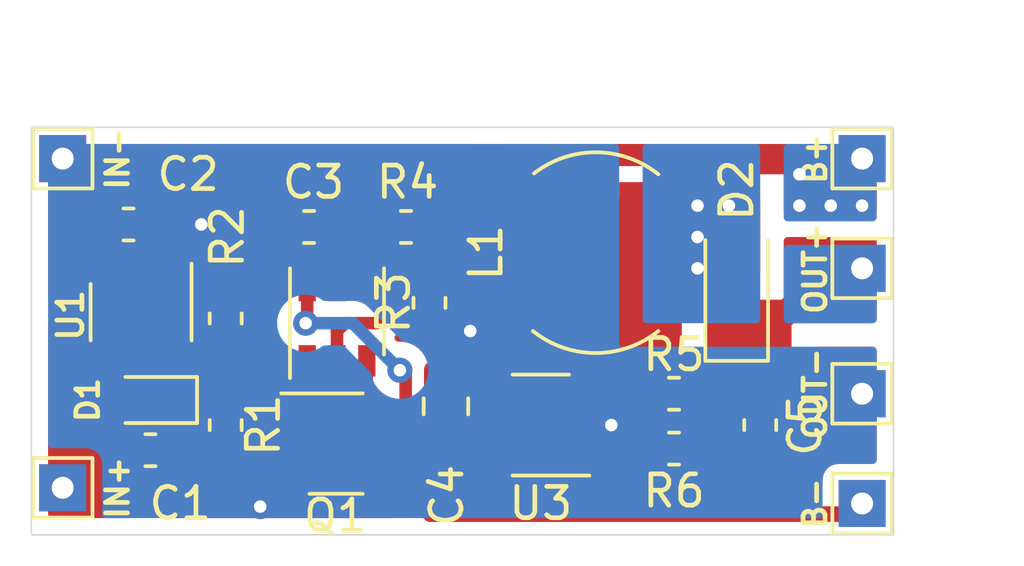
<source format=kicad_pcb>
(kicad_pcb (version 20171130) (host pcbnew "(5.1.6)-1")

  (general
    (thickness 1.6)
    (drawings 13)
    (tracks 133)
    (zones 0)
    (modules 24)
    (nets 17)
  )

  (page A4)
  (layers
    (0 F.Cu signal)
    (31 B.Cu signal)
    (32 B.Adhes user)
    (33 F.Adhes user)
    (34 B.Paste user)
    (35 F.Paste user)
    (36 B.SilkS user)
    (37 F.SilkS user)
    (38 B.Mask user)
    (39 F.Mask user)
    (40 Dwgs.User user)
    (41 Cmts.User user)
    (42 Eco1.User user)
    (43 Eco2.User user)
    (44 Edge.Cuts user)
    (45 Margin user)
    (46 B.CrtYd user)
    (47 F.CrtYd user)
    (48 B.Fab user hide)
    (49 F.Fab user hide)
  )

  (setup
    (last_trace_width 0.4)
    (user_trace_width 0.3)
    (user_trace_width 0.4)
    (user_trace_width 0.5)
    (user_trace_width 0.6)
    (user_trace_width 0.8)
    (trace_clearance 0.2)
    (zone_clearance 0.508)
    (zone_45_only no)
    (trace_min 0.2)
    (via_size 0.8)
    (via_drill 0.4)
    (via_min_size 0.4)
    (via_min_drill 0.3)
    (uvia_size 0.3)
    (uvia_drill 0.1)
    (uvias_allowed no)
    (uvia_min_size 0.2)
    (uvia_min_drill 0.1)
    (edge_width 0.05)
    (segment_width 0.2)
    (pcb_text_width 0.3)
    (pcb_text_size 1.5 1.5)
    (mod_edge_width 0.12)
    (mod_text_size 1 1)
    (mod_text_width 0.15)
    (pad_size 1.524 1.524)
    (pad_drill 0.762)
    (pad_to_mask_clearance 0.05)
    (aux_axis_origin 0 0)
    (visible_elements 7FFFFFFF)
    (pcbplotparams
      (layerselection 0x010fc_ffffffff)
      (usegerberextensions false)
      (usegerberattributes true)
      (usegerberadvancedattributes true)
      (creategerberjobfile true)
      (excludeedgelayer true)
      (linewidth 0.100000)
      (plotframeref false)
      (viasonmask false)
      (mode 1)
      (useauxorigin false)
      (hpglpennumber 1)
      (hpglpenspeed 20)
      (hpglpendiameter 15.000000)
      (psnegative false)
      (psa4output false)
      (plotreference true)
      (plotvalue true)
      (plotinvisibletext false)
      (padsonsilk false)
      (subtractmaskfromsilk false)
      (outputformat 1)
      (mirror false)
      (drillshape 0)
      (scaleselection 1)
      (outputdirectory "gerber/"))
  )

  (net 0 "")
  (net 1 GND)
  (net 2 /B+)
  (net 3 /B-)
  (net 4 "Net-(C3-Pad1)")
  (net 5 "Net-(D1-Pad1)")
  (net 6 "Net-(Q1-Pad3)")
  (net 7 "Net-(Q1-Pad1)")
  (net 8 "Net-(R1-Pad1)")
  (net 9 "Net-(R2-Pad2)")
  (net 10 VDD)
  (net 11 "Net-(Q1-Pad4)")
  (net 12 "Net-(R3-Pad1)")
  (net 13 /STEP-UP/VOUT)
  (net 14 "Net-(D2-Pad2)")
  (net 15 "Net-(R5-Pad2)")
  (net 16 "Net-(U2-Pad4)")

  (net_class Default "This is the default net class."
    (clearance 0.2)
    (trace_width 0.25)
    (via_dia 0.8)
    (via_drill 0.4)
    (uvia_dia 0.3)
    (uvia_drill 0.1)
    (add_net /B+)
    (add_net /B-)
    (add_net /STEP-UP/VOUT)
    (add_net GND)
    (add_net "Net-(C3-Pad1)")
    (add_net "Net-(D1-Pad1)")
    (add_net "Net-(D2-Pad2)")
    (add_net "Net-(Q1-Pad1)")
    (add_net "Net-(Q1-Pad3)")
    (add_net "Net-(Q1-Pad4)")
    (add_net "Net-(R1-Pad1)")
    (add_net "Net-(R2-Pad2)")
    (add_net "Net-(R3-Pad1)")
    (add_net "Net-(R5-Pad2)")
    (add_net "Net-(U2-Pad4)")
    (add_net VDD)
  )

  (module Capacitor_SMD:C_0603_1608Metric (layer F.Cu) (tedit 5B301BBE) (tstamp 5FAEA813)
    (at 164.75 111.5 270)
    (descr "Capacitor SMD 0603 (1608 Metric), square (rectangular) end terminal, IPC_7351 nominal, (Body size source: http://www.tortai-tech.com/upload/download/2011102023233369053.pdf), generated with kicad-footprint-generator")
    (tags capacitor)
    (path /5FB37943/5FB39CC0)
    (attr smd)
    (fp_text reference C5 (at 0 -1.43 90) (layer F.SilkS)
      (effects (font (size 1 1) (thickness 0.15)))
    )
    (fp_text value 4.7nF (at 0 1.43 90) (layer F.Fab)
      (effects (font (size 1 1) (thickness 0.15)))
    )
    (fp_line (start -0.8 0.4) (end -0.8 -0.4) (layer F.Fab) (width 0.1))
    (fp_line (start -0.8 -0.4) (end 0.8 -0.4) (layer F.Fab) (width 0.1))
    (fp_line (start 0.8 -0.4) (end 0.8 0.4) (layer F.Fab) (width 0.1))
    (fp_line (start 0.8 0.4) (end -0.8 0.4) (layer F.Fab) (width 0.1))
    (fp_line (start -0.162779 -0.51) (end 0.162779 -0.51) (layer F.SilkS) (width 0.12))
    (fp_line (start -0.162779 0.51) (end 0.162779 0.51) (layer F.SilkS) (width 0.12))
    (fp_line (start -1.48 0.73) (end -1.48 -0.73) (layer F.CrtYd) (width 0.05))
    (fp_line (start -1.48 -0.73) (end 1.48 -0.73) (layer F.CrtYd) (width 0.05))
    (fp_line (start 1.48 -0.73) (end 1.48 0.73) (layer F.CrtYd) (width 0.05))
    (fp_line (start 1.48 0.73) (end -1.48 0.73) (layer F.CrtYd) (width 0.05))
    (fp_text user %R (at 0 0 90) (layer F.Fab)
      (effects (font (size 0.4 0.4) (thickness 0.06)))
    )
    (pad 2 smd roundrect (at 0.7875 0 270) (size 0.875 0.95) (layers F.Cu F.Paste F.Mask) (roundrect_rratio 0.25)
      (net 1 GND))
    (pad 1 smd roundrect (at -0.7875 0 270) (size 0.875 0.95) (layers F.Cu F.Paste F.Mask) (roundrect_rratio 0.25)
      (net 13 /STEP-UP/VOUT))
    (model ${KISYS3DMOD}/Capacitor_SMD.3dshapes/C_0603_1608Metric.wrl
      (at (xyz 0 0 0))
      (scale (xyz 1 1 1))
      (rotate (xyz 0 0 0))
    )
  )

  (module MSS_Devices:SOT26 (layer F.Cu) (tedit 5FAED3ED) (tstamp 5FB543A0)
    (at 151.25 108.25)
    (path /5F4AB55B)
    (attr smd)
    (fp_text reference U2 (at 0.7 0) (layer F.Fab)
      (effects (font (size 0.15 0.15) (thickness 0.0375)))
    )
    (fp_text value AP9101CK6 (at -0.4 0) (layer F.Fab)
      (effects (font (size 0.15 0.15) (thickness 0.0375)))
    )
    (fp_line (start 1.5 -1.75) (end 1.5 1) (layer F.SilkS) (width 0.12))
    (fp_line (start -1.5 -1.75) (end -1.5 1.75) (layer F.SilkS) (width 0.12))
    (fp_line (start -1.5 0.9) (end -1.5 -0.9) (layer F.Fab) (width 0.1))
    (fp_line (start 1.5 0.9) (end -1.5 0.9) (layer F.Fab) (width 0.1))
    (fp_line (start 1.5 -0.9) (end 1.5 0.9) (layer F.Fab) (width 0.1))
    (fp_line (start -1.5 -0.9) (end 1.5 -0.9) (layer F.Fab) (width 0.1))
    (fp_circle (center -1 0.4) (end -0.858579 0.4) (layer F.Fab) (width 0.1))
    (fp_line (start 1.75 -1.75) (end 1.75 1.75) (layer F.CrtYd) (width 0.12))
    (fp_line (start 1.75 1.75) (end -1.75 1.75) (layer F.CrtYd) (width 0.12))
    (fp_line (start -1.75 1.75) (end -1.75 -1.75) (layer F.CrtYd) (width 0.12))
    (fp_line (start -1.75 -1.75) (end 1.75 -1.75) (layer F.CrtYd) (width 0.12))
    (pad 1 smd rect (at -0.95 1.2) (size 0.55 1) (layers F.Cu F.Paste F.Mask)
      (net 7 "Net-(Q1-Pad1)"))
    (pad 2 smd rect (at 0 1.2) (size 0.55 1) (layers F.Cu F.Paste F.Mask)
      (net 12 "Net-(R3-Pad1)"))
    (pad 3 smd rect (at 0.95 1.2) (size 0.55 1) (layers F.Cu F.Paste F.Mask)
      (net 6 "Net-(Q1-Pad3)"))
    (pad 4 smd rect (at 0.95 -1.2) (size 0.55 1) (layers F.Cu F.Paste F.Mask)
      (net 16 "Net-(U2-Pad4)"))
    (pad 5 smd rect (at 0 -1.2) (size 0.55 1) (layers F.Cu F.Paste F.Mask)
      (net 4 "Net-(C3-Pad1)"))
    (pad 6 smd rect (at -0.95 -1.2) (size 0.55 1) (layers F.Cu F.Paste F.Mask)
      (net 3 /B-))
    (model ${KISYS3DMOD}/Package_TO_SOT_SMD.3dshapes/SOT-23-6.step
      (at (xyz 0 0 0))
      (scale (xyz 1 1 1))
      (rotate (xyz 0 0 90))
    )
  )

  (module Package_TO_SOT_SMD:SOT-23-5 (layer F.Cu) (tedit 5A02FF57) (tstamp 5FAEA7DB)
    (at 157.75 111.5 180)
    (descr "5-pin SOT23 package")
    (tags SOT-23-5)
    (path /5FB37943/5FB39CA8)
    (attr smd)
    (fp_text reference U3 (at 0 -2.5) (layer F.SilkS)
      (effects (font (size 1 1) (thickness 0.15)))
    )
    (fp_text value MIC2251 (at 0 2.9) (layer F.Fab)
      (effects (font (size 1 1) (thickness 0.15)))
    )
    (fp_line (start 0.9 -1.55) (end 0.9 1.55) (layer F.Fab) (width 0.1))
    (fp_line (start 0.9 1.55) (end -0.9 1.55) (layer F.Fab) (width 0.1))
    (fp_line (start -0.9 -0.9) (end -0.9 1.55) (layer F.Fab) (width 0.1))
    (fp_line (start 0.9 -1.55) (end -0.25 -1.55) (layer F.Fab) (width 0.1))
    (fp_line (start -0.9 -0.9) (end -0.25 -1.55) (layer F.Fab) (width 0.1))
    (fp_line (start -1.9 1.8) (end -1.9 -1.8) (layer F.CrtYd) (width 0.05))
    (fp_line (start 1.9 1.8) (end -1.9 1.8) (layer F.CrtYd) (width 0.05))
    (fp_line (start 1.9 -1.8) (end 1.9 1.8) (layer F.CrtYd) (width 0.05))
    (fp_line (start -1.9 -1.8) (end 1.9 -1.8) (layer F.CrtYd) (width 0.05))
    (fp_line (start 0.9 -1.61) (end -1.55 -1.61) (layer F.SilkS) (width 0.12))
    (fp_line (start -0.9 1.61) (end 0.9 1.61) (layer F.SilkS) (width 0.12))
    (fp_text user %R (at 0 0 90) (layer F.Fab)
      (effects (font (size 0.5 0.5) (thickness 0.075)))
    )
    (pad 5 smd rect (at 1.1 -0.95 180) (size 1.06 0.65) (layers F.Cu F.Paste F.Mask)
      (net 2 /B+))
    (pad 4 smd rect (at 1.1 0.95 180) (size 1.06 0.65) (layers F.Cu F.Paste F.Mask)
      (net 2 /B+))
    (pad 3 smd rect (at -1.1 0.95 180) (size 1.06 0.65) (layers F.Cu F.Paste F.Mask)
      (net 15 "Net-(R5-Pad2)"))
    (pad 2 smd rect (at -1.1 0 180) (size 1.06 0.65) (layers F.Cu F.Paste F.Mask)
      (net 1 GND))
    (pad 1 smd rect (at -1.1 -0.95 180) (size 1.06 0.65) (layers F.Cu F.Paste F.Mask)
      (net 14 "Net-(D2-Pad2)"))
    (model ${KISYS3DMOD}/Package_TO_SOT_SMD.3dshapes/SOT-23-5.wrl
      (at (xyz 0 0 0))
      (scale (xyz 1 1 1))
      (rotate (xyz 0 0 0))
    )
  )

  (module Resistor_SMD:R_0603_1608Metric (layer F.Cu) (tedit 5B301BBD) (tstamp 5FAEA88B)
    (at 162 112.25)
    (descr "Resistor SMD 0603 (1608 Metric), square (rectangular) end terminal, IPC_7351 nominal, (Body size source: http://www.tortai-tech.com/upload/download/2011102023233369053.pdf), generated with kicad-footprint-generator")
    (tags resistor)
    (path /5FB37943/5FB39CCE)
    (attr smd)
    (fp_text reference R6 (at 0 1.35) (layer F.SilkS)
      (effects (font (size 1 1) (thickness 0.15)))
    )
    (fp_text value 33K (at 0 1.43) (layer F.Fab)
      (effects (font (size 1 1) (thickness 0.15)))
    )
    (fp_line (start 1.48 0.73) (end -1.48 0.73) (layer F.CrtYd) (width 0.05))
    (fp_line (start 1.48 -0.73) (end 1.48 0.73) (layer F.CrtYd) (width 0.05))
    (fp_line (start -1.48 -0.73) (end 1.48 -0.73) (layer F.CrtYd) (width 0.05))
    (fp_line (start -1.48 0.73) (end -1.48 -0.73) (layer F.CrtYd) (width 0.05))
    (fp_line (start -0.162779 0.51) (end 0.162779 0.51) (layer F.SilkS) (width 0.12))
    (fp_line (start -0.162779 -0.51) (end 0.162779 -0.51) (layer F.SilkS) (width 0.12))
    (fp_line (start 0.8 0.4) (end -0.8 0.4) (layer F.Fab) (width 0.1))
    (fp_line (start 0.8 -0.4) (end 0.8 0.4) (layer F.Fab) (width 0.1))
    (fp_line (start -0.8 -0.4) (end 0.8 -0.4) (layer F.Fab) (width 0.1))
    (fp_line (start -0.8 0.4) (end -0.8 -0.4) (layer F.Fab) (width 0.1))
    (fp_text user %R (at 0 0) (layer F.Fab)
      (effects (font (size 0.4 0.4) (thickness 0.06)))
    )
    (pad 2 smd roundrect (at 0.7875 0) (size 0.875 0.95) (layers F.Cu F.Paste F.Mask) (roundrect_rratio 0.25)
      (net 1 GND))
    (pad 1 smd roundrect (at -0.7875 0) (size 0.875 0.95) (layers F.Cu F.Paste F.Mask) (roundrect_rratio 0.25)
      (net 15 "Net-(R5-Pad2)"))
    (model ${KISYS3DMOD}/Resistor_SMD.3dshapes/R_0603_1608Metric.wrl
      (at (xyz 0 0 0))
      (scale (xyz 1 1 1))
      (rotate (xyz 0 0 0))
    )
  )

  (module Resistor_SMD:R_0603_1608Metric (layer F.Cu) (tedit 5B301BBD) (tstamp 5FAEA7A7)
    (at 162 110.5 180)
    (descr "Resistor SMD 0603 (1608 Metric), square (rectangular) end terminal, IPC_7351 nominal, (Body size source: http://www.tortai-tech.com/upload/download/2011102023233369053.pdf), generated with kicad-footprint-generator")
    (tags resistor)
    (path /5FB37943/5FB39CC7)
    (attr smd)
    (fp_text reference R5 (at 0 1.25) (layer F.SilkS)
      (effects (font (size 1 1) (thickness 0.15)))
    )
    (fp_text value 100K (at 0 1.43) (layer F.Fab)
      (effects (font (size 1 1) (thickness 0.15)))
    )
    (fp_line (start 1.48 0.73) (end -1.48 0.73) (layer F.CrtYd) (width 0.05))
    (fp_line (start 1.48 -0.73) (end 1.48 0.73) (layer F.CrtYd) (width 0.05))
    (fp_line (start -1.48 -0.73) (end 1.48 -0.73) (layer F.CrtYd) (width 0.05))
    (fp_line (start -1.48 0.73) (end -1.48 -0.73) (layer F.CrtYd) (width 0.05))
    (fp_line (start -0.162779 0.51) (end 0.162779 0.51) (layer F.SilkS) (width 0.12))
    (fp_line (start -0.162779 -0.51) (end 0.162779 -0.51) (layer F.SilkS) (width 0.12))
    (fp_line (start 0.8 0.4) (end -0.8 0.4) (layer F.Fab) (width 0.1))
    (fp_line (start 0.8 -0.4) (end 0.8 0.4) (layer F.Fab) (width 0.1))
    (fp_line (start -0.8 -0.4) (end 0.8 -0.4) (layer F.Fab) (width 0.1))
    (fp_line (start -0.8 0.4) (end -0.8 -0.4) (layer F.Fab) (width 0.1))
    (fp_text user %R (at 0 0) (layer F.Fab)
      (effects (font (size 0.4 0.4) (thickness 0.06)))
    )
    (pad 2 smd roundrect (at 0.7875 0 180) (size 0.875 0.95) (layers F.Cu F.Paste F.Mask) (roundrect_rratio 0.25)
      (net 15 "Net-(R5-Pad2)"))
    (pad 1 smd roundrect (at -0.7875 0 180) (size 0.875 0.95) (layers F.Cu F.Paste F.Mask) (roundrect_rratio 0.25)
      (net 13 /STEP-UP/VOUT))
    (model ${KISYS3DMOD}/Resistor_SMD.3dshapes/R_0603_1608Metric.wrl
      (at (xyz 0 0 0))
      (scale (xyz 1 1 1))
      (rotate (xyz 0 0 0))
    )
  )

  (module MSS_Devices:L_Bourns_SDR0403 (layer F.Cu) (tedit 5FAE9022) (tstamp 5FAEA8B6)
    (at 159.5 106 90)
    (path /5FB37943/5FB39CB4)
    (attr smd)
    (fp_text reference L1 (at 0 -3.5 90) (layer F.SilkS)
      (effects (font (size 1 1) (thickness 0.15)))
    )
    (fp_text value 10uH (at 0 -5.25 90) (layer F.Fab)
      (effects (font (size 1 1) (thickness 0.15)))
    )
    (fp_line (start -3.5 3) (end -3.5 -3) (layer F.CrtYd) (width 0.12))
    (fp_line (start 3.5 3) (end -3.5 3) (layer F.CrtYd) (width 0.12))
    (fp_line (start 3.5 -3) (end 3.5 3) (layer F.CrtYd) (width 0.12))
    (fp_line (start -3.5 -3) (end 3.5 -3) (layer F.CrtYd) (width 0.12))
    (fp_arc (start 0 0) (end 2.5 2) (angle -76.5) (layer F.SilkS) (width 0.12))
    (fp_arc (start 0 0) (end -2.5 -2) (angle -77.3) (layer F.SilkS) (width 0.12))
    (pad 2 smd rect (at 0 1.65 90) (size 4.5 1.8) (layers F.Cu F.Paste F.Mask)
      (net 14 "Net-(D2-Pad2)"))
    (pad 1 smd rect (at 0 -1.65 90) (size 4.5 1.8) (layers F.Cu F.Paste F.Mask)
      (net 2 /B+))
    (model ${MSS_3DMOD}/MSS/sdr0503.STEP
      (at (xyz 0 0 0))
      (scale (xyz 1 1 1))
      (rotate (xyz -90 0 90))
    )
  )

  (module Diode_SMD:D_SOD-123F (layer F.Cu) (tedit 587F7769) (tstamp 5FAEA84B)
    (at 164 107.25 90)
    (descr D_SOD-123F)
    (tags D_SOD-123F)
    (path /5FB37943/5FB39CBA)
    (attr smd)
    (fp_text reference D2 (at 3.25 0 90) (layer F.SilkS)
      (effects (font (size 1 1) (thickness 0.15)))
    )
    (fp_text value SM5819PL-TP (at 0 2.1 90) (layer F.Fab)
      (effects (font (size 1 1) (thickness 0.15)))
    )
    (fp_line (start -2.2 -1) (end 1.65 -1) (layer F.SilkS) (width 0.12))
    (fp_line (start -2.2 1) (end 1.65 1) (layer F.SilkS) (width 0.12))
    (fp_line (start -2.2 -1.15) (end -2.2 1.15) (layer F.CrtYd) (width 0.05))
    (fp_line (start 2.2 1.15) (end -2.2 1.15) (layer F.CrtYd) (width 0.05))
    (fp_line (start 2.2 -1.15) (end 2.2 1.15) (layer F.CrtYd) (width 0.05))
    (fp_line (start -2.2 -1.15) (end 2.2 -1.15) (layer F.CrtYd) (width 0.05))
    (fp_line (start -1.4 -0.9) (end 1.4 -0.9) (layer F.Fab) (width 0.1))
    (fp_line (start 1.4 -0.9) (end 1.4 0.9) (layer F.Fab) (width 0.1))
    (fp_line (start 1.4 0.9) (end -1.4 0.9) (layer F.Fab) (width 0.1))
    (fp_line (start -1.4 0.9) (end -1.4 -0.9) (layer F.Fab) (width 0.1))
    (fp_line (start -0.75 0) (end -0.35 0) (layer F.Fab) (width 0.1))
    (fp_line (start -0.35 0) (end -0.35 -0.55) (layer F.Fab) (width 0.1))
    (fp_line (start -0.35 0) (end -0.35 0.55) (layer F.Fab) (width 0.1))
    (fp_line (start -0.35 0) (end 0.25 -0.4) (layer F.Fab) (width 0.1))
    (fp_line (start 0.25 -0.4) (end 0.25 0.4) (layer F.Fab) (width 0.1))
    (fp_line (start 0.25 0.4) (end -0.35 0) (layer F.Fab) (width 0.1))
    (fp_line (start 0.25 0) (end 0.75 0) (layer F.Fab) (width 0.1))
    (fp_line (start -2.2 -1) (end -2.2 1) (layer F.SilkS) (width 0.12))
    (fp_text user %R (at -0.127 -1.905 90) (layer F.Fab)
      (effects (font (size 1 1) (thickness 0.15)))
    )
    (pad 2 smd rect (at 1.4 0 90) (size 1.1 1.1) (layers F.Cu F.Paste F.Mask)
      (net 14 "Net-(D2-Pad2)"))
    (pad 1 smd rect (at -1.4 0 90) (size 1.1 1.1) (layers F.Cu F.Paste F.Mask)
      (net 13 /STEP-UP/VOUT))
    (model ${KISYS3DMOD}/Diode_SMD.3dshapes/D_SOD-123F.wrl
      (at (xyz 0 0 0))
      (scale (xyz 1 1 1))
      (rotate (xyz 0 0 0))
    )
  )

  (module Capacitor_SMD:C_0805_2012Metric (layer F.Cu) (tedit 5B36C52B) (tstamp 5FAEB215)
    (at 154.725 110.9 90)
    (descr "Capacitor SMD 0805 (2012 Metric), square (rectangular) end terminal, IPC_7351 nominal, (Body size source: https://docs.google.com/spreadsheets/d/1BsfQQcO9C6DZCsRaXUlFlo91Tg2WpOkGARC1WS5S8t0/edit?usp=sharing), generated with kicad-footprint-generator")
    (tags capacitor)
    (path /5FB37943/5FB39CAE)
    (attr smd)
    (fp_text reference C4 (at -2.85 0.025 90) (layer F.SilkS)
      (effects (font (size 1 1) (thickness 0.15)))
    )
    (fp_text value 10uF (at 0 1.65 90) (layer F.Fab)
      (effects (font (size 1 1) (thickness 0.15)))
    )
    (fp_line (start 1.68 0.95) (end -1.68 0.95) (layer F.CrtYd) (width 0.05))
    (fp_line (start 1.68 -0.95) (end 1.68 0.95) (layer F.CrtYd) (width 0.05))
    (fp_line (start -1.68 -0.95) (end 1.68 -0.95) (layer F.CrtYd) (width 0.05))
    (fp_line (start -1.68 0.95) (end -1.68 -0.95) (layer F.CrtYd) (width 0.05))
    (fp_line (start -0.258578 0.71) (end 0.258578 0.71) (layer F.SilkS) (width 0.12))
    (fp_line (start -0.258578 -0.71) (end 0.258578 -0.71) (layer F.SilkS) (width 0.12))
    (fp_line (start 1 0.6) (end -1 0.6) (layer F.Fab) (width 0.1))
    (fp_line (start 1 -0.6) (end 1 0.6) (layer F.Fab) (width 0.1))
    (fp_line (start -1 -0.6) (end 1 -0.6) (layer F.Fab) (width 0.1))
    (fp_line (start -1 0.6) (end -1 -0.6) (layer F.Fab) (width 0.1))
    (fp_text user %R (at 0 0 90) (layer F.Fab)
      (effects (font (size 0.5 0.5) (thickness 0.08)))
    )
    (pad 2 smd roundrect (at 0.9375 0 90) (size 0.975 1.4) (layers F.Cu F.Paste F.Mask) (roundrect_rratio 0.25)
      (net 1 GND))
    (pad 1 smd roundrect (at -0.9375 0 90) (size 0.975 1.4) (layers F.Cu F.Paste F.Mask) (roundrect_rratio 0.25)
      (net 2 /B+))
    (model ${KISYS3DMOD}/Capacitor_SMD.3dshapes/C_0805_2012Metric.wrl
      (at (xyz 0 0 0))
      (scale (xyz 1 1 1))
      (rotate (xyz 0 0 0))
    )
  )

  (module TestPoint:TestPoint_THTPad_1.5x1.5mm_Drill0.7mm (layer F.Cu) (tedit 5A0F774F) (tstamp 5F4DAF1C)
    (at 168 114)
    (descr "THT rectangular pad as test Point, square 1.5mm side length, hole diameter 0.7mm")
    (tags "test point THT pad rectangle square")
    (path /5F4DF38D)
    (attr virtual)
    (fp_text reference J5 (at 0 -1.648) (layer F.SilkS) hide
      (effects (font (size 1 1) (thickness 0.15)))
    )
    (fp_text value B- (at 0 1.75) (layer F.Fab)
      (effects (font (size 1 1) (thickness 0.15)))
    )
    (fp_line (start -0.95 -0.95) (end 0.95 -0.95) (layer F.SilkS) (width 0.12))
    (fp_line (start 0.95 -0.95) (end 0.95 0.95) (layer F.SilkS) (width 0.12))
    (fp_line (start 0.95 0.95) (end -0.95 0.95) (layer F.SilkS) (width 0.12))
    (fp_line (start -0.95 0.95) (end -0.95 -0.95) (layer F.SilkS) (width 0.12))
    (fp_line (start -1.25 -1.25) (end 1.25 -1.25) (layer F.CrtYd) (width 0.05))
    (fp_line (start -1.25 -1.25) (end -1.25 1.25) (layer F.CrtYd) (width 0.05))
    (fp_line (start 1.25 1.25) (end 1.25 -1.25) (layer F.CrtYd) (width 0.05))
    (fp_line (start 1.25 1.25) (end -1.25 1.25) (layer F.CrtYd) (width 0.05))
    (fp_text user %R (at 0 -1.65) (layer F.Fab)
      (effects (font (size 1 1) (thickness 0.15)))
    )
    (pad 1 thru_hole rect (at 0 0) (size 1.5 1.5) (drill 0.7) (layers *.Cu *.Mask)
      (net 3 /B-))
  )

  (module Package_TO_SOT_SMD:SuperSOT-6 (layer F.Cu) (tedit 5A02FF57) (tstamp 5F51F0FB)
    (at 151.22 112.09)
    (descr "6-pin SuperSOT package http://www.mouser.com/ds/2/149/FMB5551-889214.pdf")
    (tags "SuperSOT-6 SSOT-6")
    (path /5F52AED7)
    (attr smd)
    (fp_text reference Q1 (at -0.02 2.31) (layer F.SilkS)
      (effects (font (size 1 1) (thickness 0.15)))
    )
    (fp_text value FDC6401N (at 0 2.5) (layer F.Fab)
      (effects (font (size 1 1) (thickness 0.15)))
    )
    (fp_line (start 0.85 -1.6) (end -1.75 -1.6) (layer F.SilkS) (width 0.12))
    (fp_line (start 0.85 1.6) (end -0.85 1.6) (layer F.SilkS) (width 0.12))
    (fp_line (start -0.85 1.45) (end 0.85 1.45) (layer F.Fab) (width 0.12))
    (fp_line (start 0.85 1.45) (end 0.85 -1.45) (layer F.Fab) (width 0.12))
    (fp_line (start 0.85 -1.45) (end -0.4 -1.45) (layer F.Fab) (width 0.12))
    (fp_line (start -0.4 -1.45) (end -0.85 -1) (layer F.Fab) (width 0.12))
    (fp_line (start -0.85 -1) (end -0.85 1.45) (layer F.Fab) (width 0.12))
    (fp_line (start -2.05 -1.7) (end 2.05 -1.7) (layer F.CrtYd) (width 0.05))
    (fp_line (start -2.05 -1.7) (end -2.05 1.7) (layer F.CrtYd) (width 0.05))
    (fp_line (start 2.05 1.7) (end 2.05 -1.7) (layer F.CrtYd) (width 0.05))
    (fp_line (start 2.05 1.7) (end -2.05 1.7) (layer F.CrtYd) (width 0.05))
    (fp_text user %R (at 0 0 90) (layer F.Fab)
      (effects (font (size 0.5 0.5) (thickness 0.075)))
    )
    (pad 5 smd rect (at 1.3 0) (size 1 0.7) (layers F.Cu F.Paste F.Mask)
      (net 3 /B-))
    (pad 6 smd rect (at 1.3 -0.95) (size 1 0.7) (layers F.Cu F.Paste F.Mask)
      (net 11 "Net-(Q1-Pad4)"))
    (pad 4 smd rect (at 1.3 0.95) (size 1 0.7) (layers F.Cu F.Paste F.Mask)
      (net 11 "Net-(Q1-Pad4)"))
    (pad 3 smd rect (at -1.3 0.95) (size 1 0.7) (layers F.Cu F.Paste F.Mask)
      (net 6 "Net-(Q1-Pad3)"))
    (pad 2 smd rect (at -1.3 0) (size 1 0.7) (layers F.Cu F.Paste F.Mask)
      (net 1 GND))
    (pad 1 smd rect (at -1.3 -0.95) (size 1 0.7) (layers F.Cu F.Paste F.Mask)
      (net 7 "Net-(Q1-Pad1)"))
    (model ${KISYS3DMOD}/Package_TO_SOT_SMD.3dshapes/SuperSOT-6.wrl
      (at (xyz 0 0 0))
      (scale (xyz 1 1 1))
      (rotate (xyz 0 0 0))
    )
  )

  (module TestPoint:TestPoint_THTPad_1.5x1.5mm_Drill0.7mm (layer F.Cu) (tedit 5A0F774F) (tstamp 5F4DA8C7)
    (at 168 110.5)
    (descr "THT rectangular pad as test Point, square 1.5mm side length, hole diameter 0.7mm")
    (tags "test point THT pad rectangle square")
    (path /5F4E06D9)
    (attr virtual)
    (fp_text reference J6 (at 0 -1.648) (layer F.SilkS) hide
      (effects (font (size 1 1) (thickness 0.15)))
    )
    (fp_text value OUT- (at 0 1.75) (layer F.Fab)
      (effects (font (size 1 1) (thickness 0.15)))
    )
    (fp_line (start -0.95 -0.95) (end 0.95 -0.95) (layer F.SilkS) (width 0.12))
    (fp_line (start 0.95 -0.95) (end 0.95 0.95) (layer F.SilkS) (width 0.12))
    (fp_line (start 0.95 0.95) (end -0.95 0.95) (layer F.SilkS) (width 0.12))
    (fp_line (start -0.95 0.95) (end -0.95 -0.95) (layer F.SilkS) (width 0.12))
    (fp_line (start -1.25 -1.25) (end 1.25 -1.25) (layer F.CrtYd) (width 0.05))
    (fp_line (start -1.25 -1.25) (end -1.25 1.25) (layer F.CrtYd) (width 0.05))
    (fp_line (start 1.25 1.25) (end 1.25 -1.25) (layer F.CrtYd) (width 0.05))
    (fp_line (start 1.25 1.25) (end -1.25 1.25) (layer F.CrtYd) (width 0.05))
    (fp_text user %R (at 0 -1.65) (layer F.Fab)
      (effects (font (size 1 1) (thickness 0.15)))
    )
    (pad 1 thru_hole rect (at 0 0) (size 1.5 1.5) (drill 0.7) (layers *.Cu *.Mask)
      (net 1 GND))
  )

  (module TestPoint:TestPoint_THTPad_1.5x1.5mm_Drill0.7mm (layer F.Cu) (tedit 5A0F774F) (tstamp 5FAE9E12)
    (at 168 103)
    (descr "THT rectangular pad as test Point, square 1.5mm side length, hole diameter 0.7mm")
    (tags "test point THT pad rectangle square")
    (path /5F4DE4D2)
    (attr virtual)
    (fp_text reference J4 (at 0 -1.648) (layer F.SilkS) hide
      (effects (font (size 1 1) (thickness 0.15)))
    )
    (fp_text value B+ (at 0 1.75) (layer F.Fab)
      (effects (font (size 1 1) (thickness 0.15)))
    )
    (fp_line (start -0.95 -0.95) (end 0.95 -0.95) (layer F.SilkS) (width 0.12))
    (fp_line (start 0.95 -0.95) (end 0.95 0.95) (layer F.SilkS) (width 0.12))
    (fp_line (start 0.95 0.95) (end -0.95 0.95) (layer F.SilkS) (width 0.12))
    (fp_line (start -0.95 0.95) (end -0.95 -0.95) (layer F.SilkS) (width 0.12))
    (fp_line (start -1.25 -1.25) (end 1.25 -1.25) (layer F.CrtYd) (width 0.05))
    (fp_line (start -1.25 -1.25) (end -1.25 1.25) (layer F.CrtYd) (width 0.05))
    (fp_line (start 1.25 1.25) (end 1.25 -1.25) (layer F.CrtYd) (width 0.05))
    (fp_line (start 1.25 1.25) (end -1.25 1.25) (layer F.CrtYd) (width 0.05))
    (fp_text user %R (at 0 -1.65) (layer F.Fab)
      (effects (font (size 1 1) (thickness 0.15)))
    )
    (pad 1 thru_hole rect (at 0 0) (size 1.5 1.5) (drill 0.7) (layers *.Cu *.Mask)
      (net 2 /B+))
  )

  (module TestPoint:TestPoint_THTPad_1.5x1.5mm_Drill0.7mm (layer F.Cu) (tedit 5A0F774F) (tstamp 5F4DAEAF)
    (at 168 106.5)
    (descr "THT rectangular pad as test Point, square 1.5mm side length, hole diameter 0.7mm")
    (tags "test point THT pad rectangle square")
    (path /5F4DC6C5)
    (attr virtual)
    (fp_text reference J3 (at 0 -1.648) (layer F.SilkS) hide
      (effects (font (size 1 1) (thickness 0.15)))
    )
    (fp_text value OUT+ (at 0 1.75) (layer F.Fab)
      (effects (font (size 1 1) (thickness 0.15)))
    )
    (fp_line (start -0.95 -0.95) (end 0.95 -0.95) (layer F.SilkS) (width 0.12))
    (fp_line (start 0.95 -0.95) (end 0.95 0.95) (layer F.SilkS) (width 0.12))
    (fp_line (start 0.95 0.95) (end -0.95 0.95) (layer F.SilkS) (width 0.12))
    (fp_line (start -0.95 0.95) (end -0.95 -0.95) (layer F.SilkS) (width 0.12))
    (fp_line (start -1.25 -1.25) (end 1.25 -1.25) (layer F.CrtYd) (width 0.05))
    (fp_line (start -1.25 -1.25) (end -1.25 1.25) (layer F.CrtYd) (width 0.05))
    (fp_line (start 1.25 1.25) (end 1.25 -1.25) (layer F.CrtYd) (width 0.05))
    (fp_line (start 1.25 1.25) (end -1.25 1.25) (layer F.CrtYd) (width 0.05))
    (fp_text user %R (at 0 -1.65) (layer F.Fab)
      (effects (font (size 1 1) (thickness 0.15)))
    )
    (pad 1 thru_hole rect (at 0 0) (size 1.5 1.5) (drill 0.7) (layers *.Cu *.Mask)
      (net 13 /STEP-UP/VOUT))
  )

  (module TestPoint:TestPoint_THTPad_1.5x1.5mm_Drill0.7mm (layer F.Cu) (tedit 5A0F774F) (tstamp 5F4DA88F)
    (at 142.5 103)
    (descr "THT rectangular pad as test Point, square 1.5mm side length, hole diameter 0.7mm")
    (tags "test point THT pad rectangle square")
    (path /5F4E3B16)
    (attr virtual)
    (fp_text reference J2 (at 0 -1.648) (layer F.SilkS) hide
      (effects (font (size 1 1) (thickness 0.15)))
    )
    (fp_text value IN- (at 0 1.75) (layer F.Fab)
      (effects (font (size 1 1) (thickness 0.15)))
    )
    (fp_line (start -0.95 -0.95) (end 0.95 -0.95) (layer F.SilkS) (width 0.12))
    (fp_line (start 0.95 -0.95) (end 0.95 0.95) (layer F.SilkS) (width 0.12))
    (fp_line (start 0.95 0.95) (end -0.95 0.95) (layer F.SilkS) (width 0.12))
    (fp_line (start -0.95 0.95) (end -0.95 -0.95) (layer F.SilkS) (width 0.12))
    (fp_line (start -1.25 -1.25) (end 1.25 -1.25) (layer F.CrtYd) (width 0.05))
    (fp_line (start -1.25 -1.25) (end -1.25 1.25) (layer F.CrtYd) (width 0.05))
    (fp_line (start 1.25 1.25) (end 1.25 -1.25) (layer F.CrtYd) (width 0.05))
    (fp_line (start 1.25 1.25) (end -1.25 1.25) (layer F.CrtYd) (width 0.05))
    (fp_text user %R (at 0 -1.65) (layer F.Fab)
      (effects (font (size 1 1) (thickness 0.15)))
    )
    (pad 1 thru_hole rect (at 0 0) (size 1.5 1.5) (drill 0.7) (layers *.Cu *.Mask)
      (net 1 GND))
  )

  (module TestPoint:TestPoint_THTPad_1.5x1.5mm_Drill0.7mm (layer F.Cu) (tedit 5A0F774F) (tstamp 5F4DA881)
    (at 142.5 113.5)
    (descr "THT rectangular pad as test Point, square 1.5mm side length, hole diameter 0.7mm")
    (tags "test point THT pad rectangle square")
    (path /5F4DAD06)
    (attr virtual)
    (fp_text reference J1 (at 0 -1.648) (layer F.SilkS) hide
      (effects (font (size 1 1) (thickness 0.15)))
    )
    (fp_text value IN+ (at 0 1.75) (layer F.Fab)
      (effects (font (size 1 1) (thickness 0.15)))
    )
    (fp_line (start -0.95 -0.95) (end 0.95 -0.95) (layer F.SilkS) (width 0.12))
    (fp_line (start 0.95 -0.95) (end 0.95 0.95) (layer F.SilkS) (width 0.12))
    (fp_line (start 0.95 0.95) (end -0.95 0.95) (layer F.SilkS) (width 0.12))
    (fp_line (start -0.95 0.95) (end -0.95 -0.95) (layer F.SilkS) (width 0.12))
    (fp_line (start -1.25 -1.25) (end 1.25 -1.25) (layer F.CrtYd) (width 0.05))
    (fp_line (start -1.25 -1.25) (end -1.25 1.25) (layer F.CrtYd) (width 0.05))
    (fp_line (start 1.25 1.25) (end 1.25 -1.25) (layer F.CrtYd) (width 0.05))
    (fp_line (start 1.25 1.25) (end -1.25 1.25) (layer F.CrtYd) (width 0.05))
    (fp_text user %R (at 0 -1.65) (layer F.Fab)
      (effects (font (size 1 1) (thickness 0.15)))
    )
    (pad 1 thru_hole rect (at 0 0) (size 1.5 1.5) (drill 0.7) (layers *.Cu *.Mask)
      (net 10 VDD))
  )

  (module Package_TO_SOT_SMD:SOT-23-5 (layer F.Cu) (tedit 5A02FF57) (tstamp 5F4AE8E6)
    (at 145 107.9 270)
    (descr "5-pin SOT23 package")
    (tags SOT-23-5)
    (path /5F4A97F6)
    (attr smd)
    (fp_text reference U1 (at 0.1 2.25 90) (layer F.SilkS)
      (effects (font (size 0.8 0.8) (thickness 0.15)))
    )
    (fp_text value MCP73831 (at 0 2.9 90) (layer F.Fab)
      (effects (font (size 1 1) (thickness 0.15)))
    )
    (fp_line (start 0.9 -1.55) (end 0.9 1.55) (layer F.Fab) (width 0.1))
    (fp_line (start 0.9 1.55) (end -0.9 1.55) (layer F.Fab) (width 0.1))
    (fp_line (start -0.9 -0.9) (end -0.9 1.55) (layer F.Fab) (width 0.1))
    (fp_line (start 0.9 -1.55) (end -0.25 -1.55) (layer F.Fab) (width 0.1))
    (fp_line (start -0.9 -0.9) (end -0.25 -1.55) (layer F.Fab) (width 0.1))
    (fp_line (start -1.9 1.8) (end -1.9 -1.8) (layer F.CrtYd) (width 0.05))
    (fp_line (start 1.9 1.8) (end -1.9 1.8) (layer F.CrtYd) (width 0.05))
    (fp_line (start 1.9 -1.8) (end 1.9 1.8) (layer F.CrtYd) (width 0.05))
    (fp_line (start -1.9 -1.8) (end 1.9 -1.8) (layer F.CrtYd) (width 0.05))
    (fp_line (start 0.9 -1.61) (end -1.55 -1.61) (layer F.SilkS) (width 0.12))
    (fp_line (start -0.9 1.61) (end 0.9 1.61) (layer F.SilkS) (width 0.12))
    (fp_text user %R (at 0 0) (layer F.Fab)
      (effects (font (size 0.5 0.5) (thickness 0.075)))
    )
    (pad 5 smd rect (at 1.1 -0.95 270) (size 1.06 0.65) (layers F.Cu F.Paste F.Mask)
      (net 9 "Net-(R2-Pad2)"))
    (pad 4 smd rect (at 1.1 0.95 270) (size 1.06 0.65) (layers F.Cu F.Paste F.Mask)
      (net 10 VDD))
    (pad 3 smd rect (at -1.1 0.95 270) (size 1.06 0.65) (layers F.Cu F.Paste F.Mask)
      (net 2 /B+))
    (pad 2 smd rect (at -1.1 0 270) (size 1.06 0.65) (layers F.Cu F.Paste F.Mask)
      (net 1 GND))
    (pad 1 smd rect (at -1.1 -0.95 270) (size 1.06 0.65) (layers F.Cu F.Paste F.Mask)
      (net 8 "Net-(R1-Pad1)"))
    (model ${KISYS3DMOD}/Package_TO_SOT_SMD.3dshapes/SOT-23-5.wrl
      (at (xyz 0 0 0))
      (scale (xyz 1 1 1))
      (rotate (xyz 0 0 0))
    )
  )

  (module Resistor_SMD:R_0603_1608Metric (layer F.Cu) (tedit 5B301BBD) (tstamp 5F4AE8D1)
    (at 153.45 105.18)
    (descr "Resistor SMD 0603 (1608 Metric), square (rectangular) end terminal, IPC_7351 nominal, (Body size source: http://www.tortai-tech.com/upload/download/2011102023233369053.pdf), generated with kicad-footprint-generator")
    (tags resistor)
    (path /5F4AC283)
    (attr smd)
    (fp_text reference R4 (at 0.05 -1.43) (layer F.SilkS)
      (effects (font (size 1 1) (thickness 0.15)))
    )
    (fp_text value 330 (at 0 1.43) (layer F.Fab)
      (effects (font (size 1 1) (thickness 0.15)))
    )
    (fp_line (start 1.48 0.73) (end -1.48 0.73) (layer F.CrtYd) (width 0.05))
    (fp_line (start 1.48 -0.73) (end 1.48 0.73) (layer F.CrtYd) (width 0.05))
    (fp_line (start -1.48 -0.73) (end 1.48 -0.73) (layer F.CrtYd) (width 0.05))
    (fp_line (start -1.48 0.73) (end -1.48 -0.73) (layer F.CrtYd) (width 0.05))
    (fp_line (start -0.162779 0.51) (end 0.162779 0.51) (layer F.SilkS) (width 0.12))
    (fp_line (start -0.162779 -0.51) (end 0.162779 -0.51) (layer F.SilkS) (width 0.12))
    (fp_line (start 0.8 0.4) (end -0.8 0.4) (layer F.Fab) (width 0.1))
    (fp_line (start 0.8 -0.4) (end 0.8 0.4) (layer F.Fab) (width 0.1))
    (fp_line (start -0.8 -0.4) (end 0.8 -0.4) (layer F.Fab) (width 0.1))
    (fp_line (start -0.8 0.4) (end -0.8 -0.4) (layer F.Fab) (width 0.1))
    (fp_text user %R (at 0 0) (layer F.Fab)
      (effects (font (size 0.4 0.4) (thickness 0.06)))
    )
    (pad 2 smd roundrect (at 0.7875 0) (size 0.875 0.95) (layers F.Cu F.Paste F.Mask) (roundrect_rratio 0.25)
      (net 2 /B+))
    (pad 1 smd roundrect (at -0.7875 0) (size 0.875 0.95) (layers F.Cu F.Paste F.Mask) (roundrect_rratio 0.25)
      (net 4 "Net-(C3-Pad1)"))
    (model ${KISYS3DMOD}/Resistor_SMD.3dshapes/R_0603_1608Metric.wrl
      (at (xyz 0 0 0))
      (scale (xyz 1 1 1))
      (rotate (xyz 0 0 0))
    )
  )

  (module Resistor_SMD:R_0603_1608Metric (layer F.Cu) (tedit 5B301BBD) (tstamp 5F4AE8C0)
    (at 154.2 107.6 270)
    (descr "Resistor SMD 0603 (1608 Metric), square (rectangular) end terminal, IPC_7351 nominal, (Body size source: http://www.tortai-tech.com/upload/download/2011102023233369053.pdf), generated with kicad-footprint-generator")
    (tags resistor)
    (path /5F4B294F)
    (attr smd)
    (fp_text reference R3 (at 0 1.15 270) (layer F.SilkS)
      (effects (font (size 1 1) (thickness 0.15)))
    )
    (fp_text value 2.7K (at 0 1.43 90) (layer F.Fab)
      (effects (font (size 1 1) (thickness 0.15)))
    )
    (fp_line (start 1.48 0.73) (end -1.48 0.73) (layer F.CrtYd) (width 0.05))
    (fp_line (start 1.48 -0.73) (end 1.48 0.73) (layer F.CrtYd) (width 0.05))
    (fp_line (start -1.48 -0.73) (end 1.48 -0.73) (layer F.CrtYd) (width 0.05))
    (fp_line (start -1.48 0.73) (end -1.48 -0.73) (layer F.CrtYd) (width 0.05))
    (fp_line (start -0.162779 0.51) (end 0.162779 0.51) (layer F.SilkS) (width 0.12))
    (fp_line (start -0.162779 -0.51) (end 0.162779 -0.51) (layer F.SilkS) (width 0.12))
    (fp_line (start 0.8 0.4) (end -0.8 0.4) (layer F.Fab) (width 0.1))
    (fp_line (start 0.8 -0.4) (end 0.8 0.4) (layer F.Fab) (width 0.1))
    (fp_line (start -0.8 -0.4) (end 0.8 -0.4) (layer F.Fab) (width 0.1))
    (fp_line (start -0.8 0.4) (end -0.8 -0.4) (layer F.Fab) (width 0.1))
    (fp_text user %R (at 0 0 90) (layer F.Fab)
      (effects (font (size 0.4 0.4) (thickness 0.06)))
    )
    (pad 2 smd roundrect (at 0.7875 0 270) (size 0.875 0.95) (layers F.Cu F.Paste F.Mask) (roundrect_rratio 0.25)
      (net 1 GND))
    (pad 1 smd roundrect (at -0.7875 0 270) (size 0.875 0.95) (layers F.Cu F.Paste F.Mask) (roundrect_rratio 0.25)
      (net 12 "Net-(R3-Pad1)"))
    (model ${KISYS3DMOD}/Resistor_SMD.3dshapes/R_0603_1608Metric.wrl
      (at (xyz 0 0 0))
      (scale (xyz 1 1 1))
      (rotate (xyz 0 0 0))
    )
  )

  (module Resistor_SMD:R_0603_1608Metric (layer F.Cu) (tedit 5B301BBD) (tstamp 5F4AE8AF)
    (at 147.7 108.1 270)
    (descr "Resistor SMD 0603 (1608 Metric), square (rectangular) end terminal, IPC_7351 nominal, (Body size source: http://www.tortai-tech.com/upload/download/2011102023233369053.pdf), generated with kicad-footprint-generator")
    (tags resistor)
    (path /5F4BCFDC)
    (attr smd)
    (fp_text reference R2 (at -2.6 -0.05 90) (layer F.SilkS)
      (effects (font (size 1 1) (thickness 0.15)))
    )
    (fp_text value 2K (at 0 1.43 90) (layer F.Fab)
      (effects (font (size 1 1) (thickness 0.15)))
    )
    (fp_line (start 1.48 0.73) (end -1.48 0.73) (layer F.CrtYd) (width 0.05))
    (fp_line (start 1.48 -0.73) (end 1.48 0.73) (layer F.CrtYd) (width 0.05))
    (fp_line (start -1.48 -0.73) (end 1.48 -0.73) (layer F.CrtYd) (width 0.05))
    (fp_line (start -1.48 0.73) (end -1.48 -0.73) (layer F.CrtYd) (width 0.05))
    (fp_line (start -0.162779 0.51) (end 0.162779 0.51) (layer F.SilkS) (width 0.12))
    (fp_line (start -0.162779 -0.51) (end 0.162779 -0.51) (layer F.SilkS) (width 0.12))
    (fp_line (start 0.8 0.4) (end -0.8 0.4) (layer F.Fab) (width 0.1))
    (fp_line (start 0.8 -0.4) (end 0.8 0.4) (layer F.Fab) (width 0.1))
    (fp_line (start -0.8 -0.4) (end 0.8 -0.4) (layer F.Fab) (width 0.1))
    (fp_line (start -0.8 0.4) (end -0.8 -0.4) (layer F.Fab) (width 0.1))
    (fp_text user %R (at 0 0 90) (layer F.Fab)
      (effects (font (size 0.4 0.4) (thickness 0.06)))
    )
    (pad 2 smd roundrect (at 0.7875 0 270) (size 0.875 0.95) (layers F.Cu F.Paste F.Mask) (roundrect_rratio 0.25)
      (net 9 "Net-(R2-Pad2)"))
    (pad 1 smd roundrect (at -0.7875 0 270) (size 0.875 0.95) (layers F.Cu F.Paste F.Mask) (roundrect_rratio 0.25)
      (net 1 GND))
    (model ${KISYS3DMOD}/Resistor_SMD.3dshapes/R_0603_1608Metric.wrl
      (at (xyz 0 0 0))
      (scale (xyz 1 1 1))
      (rotate (xyz 0 0 0))
    )
  )

  (module Resistor_SMD:R_0603_1608Metric (layer F.Cu) (tedit 5B301BBD) (tstamp 5F4AE89E)
    (at 147.7 111.5 270)
    (descr "Resistor SMD 0603 (1608 Metric), square (rectangular) end terminal, IPC_7351 nominal, (Body size source: http://www.tortai-tech.com/upload/download/2011102023233369053.pdf), generated with kicad-footprint-generator")
    (tags resistor)
    (path /5F4C02C1)
    (attr smd)
    (fp_text reference R1 (at 0 -1.2 90) (layer F.SilkS)
      (effects (font (size 1 1) (thickness 0.15)))
    )
    (fp_text value 470 (at 0 1.43 90) (layer F.Fab)
      (effects (font (size 1 1) (thickness 0.15)))
    )
    (fp_line (start 1.48 0.73) (end -1.48 0.73) (layer F.CrtYd) (width 0.05))
    (fp_line (start 1.48 -0.73) (end 1.48 0.73) (layer F.CrtYd) (width 0.05))
    (fp_line (start -1.48 -0.73) (end 1.48 -0.73) (layer F.CrtYd) (width 0.05))
    (fp_line (start -1.48 0.73) (end -1.48 -0.73) (layer F.CrtYd) (width 0.05))
    (fp_line (start -0.162779 0.51) (end 0.162779 0.51) (layer F.SilkS) (width 0.12))
    (fp_line (start -0.162779 -0.51) (end 0.162779 -0.51) (layer F.SilkS) (width 0.12))
    (fp_line (start 0.8 0.4) (end -0.8 0.4) (layer F.Fab) (width 0.1))
    (fp_line (start 0.8 -0.4) (end 0.8 0.4) (layer F.Fab) (width 0.1))
    (fp_line (start -0.8 -0.4) (end 0.8 -0.4) (layer F.Fab) (width 0.1))
    (fp_line (start -0.8 0.4) (end -0.8 -0.4) (layer F.Fab) (width 0.1))
    (fp_text user %R (at 0 0 90) (layer F.Fab)
      (effects (font (size 0.4 0.4) (thickness 0.06)))
    )
    (pad 2 smd roundrect (at 0.7875 0 270) (size 0.875 0.95) (layers F.Cu F.Paste F.Mask) (roundrect_rratio 0.25)
      (net 5 "Net-(D1-Pad1)"))
    (pad 1 smd roundrect (at -0.7875 0 270) (size 0.875 0.95) (layers F.Cu F.Paste F.Mask) (roundrect_rratio 0.25)
      (net 8 "Net-(R1-Pad1)"))
    (model ${KISYS3DMOD}/Resistor_SMD.3dshapes/R_0603_1608Metric.wrl
      (at (xyz 0 0 0))
      (scale (xyz 1 1 1))
      (rotate (xyz 0 0 0))
    )
  )

  (module LED_SMD:LED_0603_1608Metric (layer F.Cu) (tedit 5B301BBE) (tstamp 5F4AE863)
    (at 145.3 110.7 180)
    (descr "LED SMD 0603 (1608 Metric), square (rectangular) end terminal, IPC_7351 nominal, (Body size source: http://www.tortai-tech.com/upload/download/2011102023233369053.pdf), generated with kicad-footprint-generator")
    (tags diode)
    (path /5F4BF6DB)
    (attr smd)
    (fp_text reference D1 (at 2 0 90) (layer F.SilkS)
      (effects (font (size 0.7 0.7) (thickness 0.15)))
    )
    (fp_text value STAT (at 0 1.43) (layer F.Fab)
      (effects (font (size 1 1) (thickness 0.15)))
    )
    (fp_line (start 1.48 0.73) (end -1.48 0.73) (layer F.CrtYd) (width 0.05))
    (fp_line (start 1.48 -0.73) (end 1.48 0.73) (layer F.CrtYd) (width 0.05))
    (fp_line (start -1.48 -0.73) (end 1.48 -0.73) (layer F.CrtYd) (width 0.05))
    (fp_line (start -1.48 0.73) (end -1.48 -0.73) (layer F.CrtYd) (width 0.05))
    (fp_line (start -1.485 0.735) (end 0.8 0.735) (layer F.SilkS) (width 0.12))
    (fp_line (start -1.485 -0.735) (end -1.485 0.735) (layer F.SilkS) (width 0.12))
    (fp_line (start 0.8 -0.735) (end -1.485 -0.735) (layer F.SilkS) (width 0.12))
    (fp_line (start 0.8 0.4) (end 0.8 -0.4) (layer F.Fab) (width 0.1))
    (fp_line (start -0.8 0.4) (end 0.8 0.4) (layer F.Fab) (width 0.1))
    (fp_line (start -0.8 -0.1) (end -0.8 0.4) (layer F.Fab) (width 0.1))
    (fp_line (start -0.5 -0.4) (end -0.8 -0.1) (layer F.Fab) (width 0.1))
    (fp_line (start 0.8 -0.4) (end -0.5 -0.4) (layer F.Fab) (width 0.1))
    (fp_text user %R (at 0 0) (layer F.Fab)
      (effects (font (size 0.4 0.4) (thickness 0.06)))
    )
    (pad 2 smd roundrect (at 0.7875 0 180) (size 0.875 0.95) (layers F.Cu F.Paste F.Mask) (roundrect_rratio 0.25)
      (net 10 VDD))
    (pad 1 smd roundrect (at -0.7875 0 180) (size 0.875 0.95) (layers F.Cu F.Paste F.Mask) (roundrect_rratio 0.25)
      (net 5 "Net-(D1-Pad1)"))
    (model ${KISYS3DMOD}/LED_SMD.3dshapes/LED_0603_1608Metric.wrl
      (at (xyz 0 0 0))
      (scale (xyz 1 1 1))
      (rotate (xyz 0 0 0))
    )
  )

  (module Capacitor_SMD:C_0603_1608Metric (layer F.Cu) (tedit 5B301BBE) (tstamp 5F4AE83F)
    (at 150.36 105.18 180)
    (descr "Capacitor SMD 0603 (1608 Metric), square (rectangular) end terminal, IPC_7351 nominal, (Body size source: http://www.tortai-tech.com/upload/download/2011102023233369053.pdf), generated with kicad-footprint-generator")
    (tags capacitor)
    (path /5F4AC95F)
    (attr smd)
    (fp_text reference C3 (at -0.14 1.43) (layer F.SilkS)
      (effects (font (size 1 1) (thickness 0.15)))
    )
    (fp_text value 100nF (at 0 1.43) (layer F.Fab)
      (effects (font (size 1 1) (thickness 0.15)))
    )
    (fp_line (start 1.48 0.73) (end -1.48 0.73) (layer F.CrtYd) (width 0.05))
    (fp_line (start 1.48 -0.73) (end 1.48 0.73) (layer F.CrtYd) (width 0.05))
    (fp_line (start -1.48 -0.73) (end 1.48 -0.73) (layer F.CrtYd) (width 0.05))
    (fp_line (start -1.48 0.73) (end -1.48 -0.73) (layer F.CrtYd) (width 0.05))
    (fp_line (start -0.162779 0.51) (end 0.162779 0.51) (layer F.SilkS) (width 0.12))
    (fp_line (start -0.162779 -0.51) (end 0.162779 -0.51) (layer F.SilkS) (width 0.12))
    (fp_line (start 0.8 0.4) (end -0.8 0.4) (layer F.Fab) (width 0.1))
    (fp_line (start 0.8 -0.4) (end 0.8 0.4) (layer F.Fab) (width 0.1))
    (fp_line (start -0.8 -0.4) (end 0.8 -0.4) (layer F.Fab) (width 0.1))
    (fp_line (start -0.8 0.4) (end -0.8 -0.4) (layer F.Fab) (width 0.1))
    (fp_text user %R (at 0 0) (layer F.Fab)
      (effects (font (size 0.4 0.4) (thickness 0.06)))
    )
    (pad 2 smd roundrect (at 0.7875 0 180) (size 0.875 0.95) (layers F.Cu F.Paste F.Mask) (roundrect_rratio 0.25)
      (net 3 /B-))
    (pad 1 smd roundrect (at -0.7875 0 180) (size 0.875 0.95) (layers F.Cu F.Paste F.Mask) (roundrect_rratio 0.25)
      (net 4 "Net-(C3-Pad1)"))
    (model ${KISYS3DMOD}/Capacitor_SMD.3dshapes/C_0603_1608Metric.wrl
      (at (xyz 0 0 0))
      (scale (xyz 1 1 1))
      (rotate (xyz 0 0 0))
    )
  )

  (module Capacitor_SMD:C_0603_1608Metric (layer F.Cu) (tedit 5B301BBE) (tstamp 5F4AE82E)
    (at 144.6 105.1)
    (descr "Capacitor SMD 0603 (1608 Metric), square (rectangular) end terminal, IPC_7351 nominal, (Body size source: http://www.tortai-tech.com/upload/download/2011102023233369053.pdf), generated with kicad-footprint-generator")
    (tags capacitor)
    (path /5F4C1D99)
    (attr smd)
    (fp_text reference C2 (at 1.9 -1.6 180) (layer F.SilkS)
      (effects (font (size 1 1) (thickness 0.15)))
    )
    (fp_text value 4.7uF (at 0 1.43) (layer F.Fab)
      (effects (font (size 1 1) (thickness 0.15)))
    )
    (fp_line (start 1.48 0.73) (end -1.48 0.73) (layer F.CrtYd) (width 0.05))
    (fp_line (start 1.48 -0.73) (end 1.48 0.73) (layer F.CrtYd) (width 0.05))
    (fp_line (start -1.48 -0.73) (end 1.48 -0.73) (layer F.CrtYd) (width 0.05))
    (fp_line (start -1.48 0.73) (end -1.48 -0.73) (layer F.CrtYd) (width 0.05))
    (fp_line (start -0.162779 0.51) (end 0.162779 0.51) (layer F.SilkS) (width 0.12))
    (fp_line (start -0.162779 -0.51) (end 0.162779 -0.51) (layer F.SilkS) (width 0.12))
    (fp_line (start 0.8 0.4) (end -0.8 0.4) (layer F.Fab) (width 0.1))
    (fp_line (start 0.8 -0.4) (end 0.8 0.4) (layer F.Fab) (width 0.1))
    (fp_line (start -0.8 -0.4) (end 0.8 -0.4) (layer F.Fab) (width 0.1))
    (fp_line (start -0.8 0.4) (end -0.8 -0.4) (layer F.Fab) (width 0.1))
    (fp_text user %R (at 0 0) (layer F.Fab)
      (effects (font (size 0.4 0.4) (thickness 0.06)))
    )
    (pad 2 smd roundrect (at 0.7875 0) (size 0.875 0.95) (layers F.Cu F.Paste F.Mask) (roundrect_rratio 0.25)
      (net 1 GND))
    (pad 1 smd roundrect (at -0.7875 0) (size 0.875 0.95) (layers F.Cu F.Paste F.Mask) (roundrect_rratio 0.25)
      (net 2 /B+))
    (model ${KISYS3DMOD}/Capacitor_SMD.3dshapes/C_0603_1608Metric.wrl
      (at (xyz 0 0 0))
      (scale (xyz 1 1 1))
      (rotate (xyz 0 0 0))
    )
  )

  (module Capacitor_SMD:C_0603_1608Metric (layer F.Cu) (tedit 5B301BBE) (tstamp 5F4AE81D)
    (at 145.3 112.3)
    (descr "Capacitor SMD 0603 (1608 Metric), square (rectangular) end terminal, IPC_7351 nominal, (Body size source: http://www.tortai-tech.com/upload/download/2011102023233369053.pdf), generated with kicad-footprint-generator")
    (tags capacitor)
    (path /5F4C33DE)
    (attr smd)
    (fp_text reference C1 (at 0.95 1.7) (layer F.SilkS)
      (effects (font (size 1 1) (thickness 0.15)))
    )
    (fp_text value 4.7uF (at 0 1.43) (layer F.Fab)
      (effects (font (size 1 1) (thickness 0.15)))
    )
    (fp_line (start 1.48 0.73) (end -1.48 0.73) (layer F.CrtYd) (width 0.05))
    (fp_line (start 1.48 -0.73) (end 1.48 0.73) (layer F.CrtYd) (width 0.05))
    (fp_line (start -1.48 -0.73) (end 1.48 -0.73) (layer F.CrtYd) (width 0.05))
    (fp_line (start -1.48 0.73) (end -1.48 -0.73) (layer F.CrtYd) (width 0.05))
    (fp_line (start -0.162779 0.51) (end 0.162779 0.51) (layer F.SilkS) (width 0.12))
    (fp_line (start -0.162779 -0.51) (end 0.162779 -0.51) (layer F.SilkS) (width 0.12))
    (fp_line (start 0.8 0.4) (end -0.8 0.4) (layer F.Fab) (width 0.1))
    (fp_line (start 0.8 -0.4) (end 0.8 0.4) (layer F.Fab) (width 0.1))
    (fp_line (start -0.8 -0.4) (end 0.8 -0.4) (layer F.Fab) (width 0.1))
    (fp_line (start -0.8 0.4) (end -0.8 -0.4) (layer F.Fab) (width 0.1))
    (fp_text user %R (at 0 0) (layer F.Fab)
      (effects (font (size 0.4 0.4) (thickness 0.06)))
    )
    (pad 2 smd roundrect (at 0.7875 0) (size 0.875 0.95) (layers F.Cu F.Paste F.Mask) (roundrect_rratio 0.25)
      (net 1 GND))
    (pad 1 smd roundrect (at -0.7875 0) (size 0.875 0.95) (layers F.Cu F.Paste F.Mask) (roundrect_rratio 0.25)
      (net 10 VDD))
    (model ${KISYS3DMOD}/Capacitor_SMD.3dshapes/C_0603_1608Metric.wrl
      (at (xyz 0 0 0))
      (scale (xyz 1 1 1))
      (rotate (xyz 0 0 0))
    )
  )

  (dimension 13 (width 0.15) (layer Dwgs.User)
    (gr_text "13.000 mm" (at 171.8 108.5 270) (layer Dwgs.User)
      (effects (font (size 1 1) (thickness 0.15)))
    )
    (feature1 (pts (xy 169 115) (xy 171.086421 115)))
    (feature2 (pts (xy 169 102) (xy 171.086421 102)))
    (crossbar (pts (xy 170.5 102) (xy 170.5 115)))
    (arrow1a (pts (xy 170.5 115) (xy 169.913579 113.873496)))
    (arrow1b (pts (xy 170.5 115) (xy 171.086421 113.873496)))
    (arrow2a (pts (xy 170.5 102) (xy 169.913579 103.126504)))
    (arrow2b (pts (xy 170.5 102) (xy 171.086421 103.126504)))
  )
  (gr_line (start 169 102) (end 169 115) (layer Edge.Cuts) (width 0.05))
  (gr_text MAYKOLREY.COM (at 153 112) (layer B.Mask)
    (effects (font (size 1 1) (thickness 0.25) italic) (justify mirror))
  )
  (gr_text IN- (at 144.25 103 90) (layer F.SilkS)
    (effects (font (size 0.7 0.7) (thickness 0.15)))
  )
  (gr_text IN+ (at 144.25 113.5 90) (layer F.SilkS) (tstamp 5FAEC02F)
    (effects (font (size 0.7 0.7) (thickness 0.15)))
  )
  (gr_text OUT- (at 166.5 110.5 90) (layer F.SilkS)
    (effects (font (size 0.7 0.7) (thickness 0.15)))
  )
  (gr_text B- (at 166.5 114 90) (layer F.SilkS)
    (effects (font (size 0.7 0.7) (thickness 0.15)))
  )
  (gr_text OUT+ (at 166.5 106.5 90) (layer F.SilkS)
    (effects (font (size 0.7 0.7) (thickness 0.15)))
  )
  (gr_text B+ (at 166.5 103 90) (layer F.SilkS)
    (effects (font (size 0.7 0.7) (thickness 0.15)))
  )
  (gr_line (start 141.5 102) (end 141.5 115) (layer Edge.Cuts) (width 0.05))
  (gr_line (start 141.5 102) (end 169 102) (layer Edge.Cuts) (width 0.05) (tstamp 5F4DB01E))
  (gr_line (start 169 115) (end 141.5 115) (layer Edge.Cuts) (width 0.05))
  (dimension 27.5 (width 0.15) (layer Dwgs.User)
    (gr_text "27.500 mm" (at 155.25 98.638448) (layer Dwgs.User)
      (effects (font (size 1 1) (thickness 0.15)))
    )
    (feature1 (pts (xy 141.5 102) (xy 141.5 99.352027)))
    (feature2 (pts (xy 169 102) (xy 169 99.352027)))
    (crossbar (pts (xy 169 99.938448) (xy 141.5 99.938448)))
    (arrow1a (pts (xy 141.5 99.938448) (xy 142.626504 99.352027)))
    (arrow1b (pts (xy 141.5 99.938448) (xy 142.626504 100.524869)))
    (arrow2a (pts (xy 169 99.938448) (xy 167.873496 99.352027)))
    (arrow2b (pts (xy 169 99.938448) (xy 167.873496 100.524869)))
  )

  (via (at 155.5 108.5) (size 0.8) (drill 0.4) (layers F.Cu B.Cu) (net 1))
  (segment (start 149.92 112.09) (end 149.17 112.09) (width 0.25) (layer F.Cu) (net 1))
  (segment (start 148.8 112.46) (end 148.8 114.1) (width 0.25) (layer F.Cu) (net 1))
  (segment (start 149.17 112.09) (end 148.8 112.46) (width 0.25) (layer F.Cu) (net 1))
  (via (at 148.8 114.1) (size 0.8) (drill 0.4) (layers F.Cu B.Cu) (net 1))
  (segment (start 146.0875 112.3) (end 146.0875 112.9375) (width 0.25) (layer F.Cu) (net 1))
  (segment (start 147.25 114.1) (end 148.8 114.1) (width 0.25) (layer F.Cu) (net 1))
  (segment (start 146.0875 112.9375) (end 147.25 114.1) (width 0.25) (layer F.Cu) (net 1))
  (via (at 146.92 105.1) (size 0.8) (drill 0.4) (layers F.Cu B.Cu) (net 1))
  (segment (start 145.3875 105.1) (end 146.92 105.1) (width 0.25) (layer F.Cu) (net 1))
  (segment (start 145 105.4875) (end 145.3875 105.1) (width 0.5) (layer F.Cu) (net 1))
  (segment (start 145 106.8) (end 145 105.4875) (width 0.5) (layer F.Cu) (net 1))
  (segment (start 162.975 112.4375) (end 162.7875 112.25) (width 0.5) (layer F.Cu) (net 1) (tstamp 5FAEA768))
  (segment (start 164.75 112.4375) (end 162.975 112.4375) (width 0.5) (layer F.Cu) (net 1) (tstamp 5FAEA76B))
  (segment (start 154.725 109.275) (end 155.5 108.5) (width 0.5) (layer F.Cu) (net 1))
  (segment (start 154.725 109.9625) (end 154.725 109.275) (width 0.5) (layer F.Cu) (net 1))
  (segment (start 155.3875 108.3875) (end 155.5 108.5) (width 0.5) (layer F.Cu) (net 1))
  (segment (start 154.2 108.3875) (end 155.3875 108.3875) (width 0.5) (layer F.Cu) (net 1))
  (segment (start 158.85 111.5) (end 159 111.5) (width 0.5) (layer F.Cu) (net 1))
  (segment (start 168 111.5) (end 168 110.5) (width 0.6) (layer F.Cu) (net 1))
  (segment (start 164.75 112.4375) (end 167.0625 112.4375) (width 0.6) (layer F.Cu) (net 1))
  (segment (start 167.0625 112.4375) (end 168 111.5) (width 0.6) (layer F.Cu) (net 1))
  (via (at 160 111.5) (size 0.8) (drill 0.4) (layers F.Cu B.Cu) (net 1))
  (segment (start 158.85 111.5) (end 160 111.5) (width 0.6) (layer F.Cu) (net 1))
  (segment (start 159 111.5) (end 159.5 111.5) (width 0.3) (layer F.Cu) (net 1))
  (segment (start 161.857511 113.179989) (end 162.7875 112.25) (width 0.3) (layer F.Cu) (net 1))
  (segment (start 160.179989 113.179989) (end 161.857511 113.179989) (width 0.3) (layer F.Cu) (net 1))
  (segment (start 160 113) (end 160.179989 113.179989) (width 0.3) (layer F.Cu) (net 1))
  (segment (start 160 112) (end 160 113) (width 0.3) (layer F.Cu) (net 1))
  (segment (start 159.5 111.5) (end 160 112) (width 0.3) (layer F.Cu) (net 1))
  (segment (start 147.1325 107.88) (end 147.7 107.3125) (width 0.5) (layer F.Cu) (net 1))
  (segment (start 145.364998 107.88) (end 147.1325 107.88) (width 0.5) (layer F.Cu) (net 1))
  (segment (start 145 106.8) (end 145 107.515002) (width 0.5) (layer F.Cu) (net 1))
  (segment (start 145 107.515002) (end 145.364998 107.88) (width 0.5) (layer F.Cu) (net 1))
  (segment (start 156.65 110.55) (end 156.65 112.45) (width 0.5) (layer F.Cu) (net 2) (tstamp 5FAEA75C))
  (segment (start 156.65 109.6) (end 156.65 110.55) (width 0.5) (layer F.Cu) (net 2) (tstamp 5FAEA78F))
  (segment (start 157.85 106) (end 157.85 108.4) (width 0.5) (layer F.Cu) (net 2) (tstamp 5FAEA78C))
  (segment (start 157.85 108.4) (end 156.65 109.6) (width 0.5) (layer F.Cu) (net 2) (tstamp 5FAEA789))
  (segment (start 156.0375 111.8375) (end 156.65 112.45) (width 0.5) (layer F.Cu) (net 2))
  (segment (start 154.725 111.8375) (end 156.0375 111.8375) (width 0.5) (layer F.Cu) (net 2))
  (segment (start 157.03 105.18) (end 154.2375 105.18) (width 0.8) (layer F.Cu) (net 2))
  (segment (start 157.85 106) (end 157.03 105.18) (width 0.8) (layer F.Cu) (net 2))
  (via (at 168 104.5) (size 0.8) (drill 0.4) (layers F.Cu B.Cu) (net 2))
  (via (at 167 104.5) (size 0.8) (drill 0.4) (layers F.Cu B.Cu) (net 2))
  (via (at 166 104.5) (size 0.8) (drill 0.4) (layers F.Cu B.Cu) (net 2))
  (via (at 166 103.5) (size 0.8) (drill 0.4) (layers F.Cu B.Cu) (net 2))
  (segment (start 167.73 102.73) (end 168 103) (width 0.8) (layer F.Cu) (net 2))
  (segment (start 157.85 106) (end 157.85 103.84) (width 0.8) (layer F.Cu) (net 2))
  (segment (start 143.8125 104.9475) (end 143.8125 105.1) (width 0.8) (layer F.Cu) (net 2))
  (segment (start 153.29 104) (end 144.76 104) (width 0.8) (layer F.Cu) (net 2))
  (segment (start 154.2375 105.18) (end 154.2375 104.9475) (width 0.8) (layer F.Cu) (net 2))
  (segment (start 144.76 104) (end 143.8125 104.9475) (width 0.8) (layer F.Cu) (net 2))
  (segment (start 154.2375 104.9475) (end 153.29 104) (width 0.8) (layer F.Cu) (net 2))
  (segment (start 143.8125 106.5625) (end 144.05 106.8) (width 0.6) (layer F.Cu) (net 2))
  (segment (start 143.8125 105.1) (end 143.8125 106.5625) (width 0.6) (layer F.Cu) (net 2))
  (segment (start 152.52 112.09) (end 153.44 112.09) (width 0.5) (layer F.Cu) (net 3))
  (segment (start 153.44 112.09) (end 153.520001 112.170001) (width 0.5) (layer F.Cu) (net 3))
  (segment (start 153.520001 113.630001) (end 153.520001 112.170001) (width 0.5) (layer F.Cu) (net 3))
  (segment (start 154.23 114.34) (end 153.520001 113.630001) (width 0.5) (layer F.Cu) (net 3))
  (segment (start 168 114) (end 167.66 114.34) (width 0.5) (layer F.Cu) (net 3))
  (segment (start 167.66 114.34) (end 154.23 114.34) (width 0.5) (layer F.Cu) (net 3))
  (segment (start 150.3 105.9075) (end 149.5725 105.18) (width 0.4) (layer F.Cu) (net 3))
  (segment (start 150.3 107.05) (end 150.3 105.9075) (width 0.4) (layer F.Cu) (net 3))
  (via (at 150.25 108.25) (size 0.8) (drill 0.4) (layers F.Cu B.Cu) (net 3))
  (segment (start 150.3 107.05) (end 150.3 108.2) (width 0.4) (layer F.Cu) (net 3))
  (segment (start 150.3 108.2) (end 150.25 108.25) (width 0.4) (layer F.Cu) (net 3))
  (segment (start 153.44 109.934882) (end 153.255118 109.75) (width 0.4) (layer F.Cu) (net 3))
  (via (at 153.255118 109.75) (size 0.8) (drill 0.4) (layers F.Cu B.Cu) (net 3))
  (segment (start 153.44 112.09) (end 153.44 109.934882) (width 0.4) (layer F.Cu) (net 3))
  (segment (start 151.755118 108.25) (end 153.255118 109.75) (width 0.4) (layer B.Cu) (net 3))
  (segment (start 150.25 108.25) (end 151.755118 108.25) (width 0.4) (layer B.Cu) (net 3))
  (segment (start 151.1475 105.18) (end 152.8925 105.18) (width 0.25) (layer F.Cu) (net 4))
  (segment (start 151.1475 105.18) (end 152.6625 105.18) (width 0.6) (layer F.Cu) (net 4))
  (segment (start 151.25 105.2825) (end 151.1475 105.18) (width 0.4) (layer F.Cu) (net 4))
  (segment (start 151.25 107.05) (end 151.25 105.2825) (width 0.4) (layer F.Cu) (net 4))
  (segment (start 146.1125 110.7) (end 147.7 112.2875) (width 0.25) (layer F.Cu) (net 5))
  (segment (start 146.0875 110.7) (end 146.1125 110.7) (width 0.25) (layer F.Cu) (net 5))
  (segment (start 152.2 109.995002) (end 151 111.195002) (width 0.4) (layer F.Cu) (net 6))
  (segment (start 152.2 109.45) (end 152.2 109.995002) (width 0.4) (layer F.Cu) (net 6))
  (segment (start 151 111.195002) (end 151 112.75) (width 0.4) (layer F.Cu) (net 6))
  (segment (start 150.71 113.04) (end 149.92 113.04) (width 0.4) (layer F.Cu) (net 6))
  (segment (start 151 112.75) (end 150.71 113.04) (width 0.4) (layer F.Cu) (net 6))
  (segment (start 149.92 109.83) (end 150.3 109.45) (width 0.4) (layer F.Cu) (net 7))
  (segment (start 149.92 111.14) (end 149.92 109.83) (width 0.4) (layer F.Cu) (net 7))
  (segment (start 145.95 106.4) (end 145.95 106.8) (width 0.5) (layer F.Cu) (net 8))
  (segment (start 146.16 106.19) (end 145.95 106.4) (width 0.5) (layer F.Cu) (net 8))
  (segment (start 148.1375 110.7125) (end 148.94 109.91) (width 0.5) (layer F.Cu) (net 8))
  (segment (start 147.7 110.7125) (end 148.1375 110.7125) (width 0.5) (layer F.Cu) (net 8))
  (segment (start 148.51 106.19) (end 146.16 106.19) (width 0.5) (layer F.Cu) (net 8))
  (segment (start 148.94 109.91) (end 148.94 106.62) (width 0.5) (layer F.Cu) (net 8))
  (segment (start 148.94 106.62) (end 148.51 106.19) (width 0.5) (layer F.Cu) (net 8))
  (segment (start 147.5875 109) (end 147.7 108.8875) (width 0.6) (layer F.Cu) (net 9))
  (segment (start 145.95 109) (end 147.5875 109) (width 0.6) (layer F.Cu) (net 9))
  (segment (start 144.5125 112.6875) (end 144.5125 110.7) (width 0.25) (layer F.Cu) (net 10))
  (segment (start 144.5125 112.3) (end 144.5125 110.7) (width 0.8) (layer F.Cu) (net 10))
  (segment (start 144.05 110.2375) (end 144.5125 110.7) (width 0.8) (layer F.Cu) (net 10))
  (segment (start 144.05 109) (end 144.05 110.2375) (width 0.8) (layer F.Cu) (net 10))
  (segment (start 143.3125 113.5) (end 144.5125 112.3) (width 0.6) (layer F.Cu) (net 10))
  (segment (start 142.5 113.5) (end 143.3125 113.5) (width 0.6) (layer F.Cu) (net 10))
  (segment (start 152 111.14) (end 152.52 111.14) (width 0.25) (layer F.Cu) (net 11))
  (segment (start 151.6 111.54) (end 152 111.14) (width 0.25) (layer F.Cu) (net 11))
  (segment (start 151.6 112.7) (end 151.6 111.54) (width 0.25) (layer F.Cu) (net 11))
  (segment (start 152.52 113.04) (end 151.94 113.04) (width 0.25) (layer F.Cu) (net 11))
  (segment (start 151.94 113.04) (end 151.6 112.7) (width 0.25) (layer F.Cu) (net 11))
  (segment (start 151.25 109.45) (end 151.25 108.5) (width 0.4) (layer F.Cu) (net 12))
  (segment (start 151.25 108.5) (end 151.5 108.25) (width 0.4) (layer F.Cu) (net 12))
  (segment (start 153.932502 106.8125) (end 154.2 106.8125) (width 0.4) (layer F.Cu) (net 12))
  (segment (start 152.495002 108.25) (end 153.932502 106.8125) (width 0.4) (layer F.Cu) (net 12))
  (segment (start 151.5 108.25) (end 152.495002 108.25) (width 0.4) (layer F.Cu) (net 12))
  (segment (start 162.7875 110.5) (end 163.25 110.5) (width 0.5) (layer F.Cu) (net 13) (tstamp 5FAEA75F))
  (segment (start 164 109.75) (end 164 108.65) (width 0.5) (layer F.Cu) (net 13) (tstamp 5FAEA765))
  (segment (start 163.25 110.5) (end 164 109.75) (width 0.5) (layer F.Cu) (net 13) (tstamp 5FAEA762))
  (segment (start 162.85 110.5625) (end 162.7875 110.5) (width 0.5) (layer F.Cu) (net 13) (tstamp 5FAEA774))
  (segment (start 164.75 110.5625) (end 162.85 110.5625) (width 0.5) (layer F.Cu) (net 13) (tstamp 5FAEA771))
  (segment (start 167 106.5) (end 168 106.5) (width 0.8) (layer F.Cu) (net 13))
  (segment (start 164 108.65) (end 164.85 108.65) (width 0.8) (layer F.Cu) (net 13))
  (segment (start 164.85 108.65) (end 167 106.5) (width 0.8) (layer F.Cu) (net 13))
  (segment (start 161.25 106.1) (end 161.15 106) (width 0.5) (layer F.Cu) (net 14) (tstamp 5FAEA786))
  (segment (start 161.15 106.660002) (end 161.15 106) (width 0.5) (layer F.Cu) (net 14) (tstamp 5FAEA795))
  (segment (start 161.15 108.99) (end 161.15 106) (width 0.5) (layer F.Cu) (net 14))
  (segment (start 158.85 112.45) (end 158.134998 112.45) (width 0.5) (layer F.Cu) (net 14))
  (segment (start 157.75 112.065002) (end 157.75 110.1) (width 0.5) (layer F.Cu) (net 14))
  (segment (start 158.134998 112.45) (end 157.75 112.065002) (width 0.5) (layer F.Cu) (net 14))
  (segment (start 158.23 109.62) (end 160.52 109.62) (width 0.5) (layer F.Cu) (net 14))
  (segment (start 160.52 109.62) (end 161.15 108.99) (width 0.5) (layer F.Cu) (net 14))
  (segment (start 157.75 110.1) (end 158.23 109.62) (width 0.5) (layer F.Cu) (net 14))
  (via (at 163.75 104.5) (size 0.8) (drill 0.4) (layers F.Cu B.Cu) (net 14))
  (via (at 162.75 104.5) (size 0.8) (drill 0.4) (layers F.Cu B.Cu) (net 14))
  (via (at 162.75 105.5) (size 0.8) (drill 0.4) (layers F.Cu B.Cu) (net 14))
  (via (at 162.75 106.5) (size 0.8) (drill 0.4) (layers F.Cu B.Cu) (net 14))
  (segment (start 161.1625 110.55) (end 161.2125 110.5) (width 0.5) (layer F.Cu) (net 15) (tstamp 5FAEA76E))
  (segment (start 158.85 110.55) (end 161.1625 110.55) (width 0.5) (layer F.Cu) (net 15) (tstamp 5FAEA777))
  (segment (start 161.2125 112.25) (end 161.2125 110.5) (width 0.5) (layer F.Cu) (net 15) (tstamp 5FAEA780))

  (zone (net 1) (net_name GND) (layer F.Cu) (tstamp 5FB1EE65) (hatch edge 0.508)
    (connect_pads yes (clearance 0.508))
    (min_thickness 0.254)
    (fill yes (arc_segments 32) (thermal_gap 0.508) (thermal_bridge_width 0.508))
    (polygon
      (pts
        (xy 166.5 109) (xy 169 109) (xy 169 116) (xy 145.5 116) (xy 145.5 107.5)
        (xy 140.5 107.5) (xy 140.5 101) (xy 155.75 101) (xy 155.75 111) (xy 162 111)
        (xy 162 112) (xy 166.5 112)
      )
    )
    (filled_polygon
      (pts
        (xy 145.701592 111.796608) (xy 145.86875 111.813072) (xy 146.150771 111.813072) (xy 146.586928 112.24923) (xy 146.586928 112.50625)
        (xy 146.603392 112.673408) (xy 146.65215 112.834142) (xy 146.731329 112.982275) (xy 146.837885 113.112115) (xy 146.967725 113.218671)
        (xy 147.115858 113.29785) (xy 147.276592 113.346608) (xy 147.44375 113.363072) (xy 147.95625 113.363072) (xy 148.123408 113.346608)
        (xy 148.284142 113.29785) (xy 148.432275 113.218671) (xy 148.562115 113.112115) (xy 148.668671 112.982275) (xy 148.74785 112.834142)
        (xy 148.781928 112.721802) (xy 148.781928 113.39) (xy 148.794188 113.514482) (xy 148.830498 113.63418) (xy 148.889463 113.744494)
        (xy 148.968815 113.841185) (xy 149.065506 113.920537) (xy 149.17582 113.979502) (xy 149.295518 114.015812) (xy 149.42 114.028072)
        (xy 150.42 114.028072) (xy 150.544482 114.015812) (xy 150.66418 113.979502) (xy 150.774494 113.920537) (xy 150.84075 113.866162)
        (xy 150.873689 113.862918) (xy 151.031087 113.815172) (xy 151.176146 113.737636) (xy 151.303291 113.633291) (xy 151.329445 113.601422)
        (xy 151.377852 113.553015) (xy 151.399999 113.580001) (xy 151.418725 113.595369) (xy 151.430498 113.63418) (xy 151.489463 113.744494)
        (xy 151.568815 113.841185) (xy 151.665506 113.920537) (xy 151.77582 113.979502) (xy 151.895518 114.015812) (xy 152.02 114.028072)
        (xy 152.729284 114.028072) (xy 152.78059 114.124059) (xy 152.891184 114.258818) (xy 152.924957 114.286535) (xy 152.978422 114.34)
        (xy 145.627 114.34) (xy 145.627 111.773981)
      )
    )
    (filled_polygon
      (pts
        (xy 168.340001 112.611928) (xy 167.25 112.611928) (xy 167.125518 112.624188) (xy 167.00582 112.660498) (xy 166.895506 112.719463)
        (xy 166.798815 112.798815) (xy 166.719463 112.895506) (xy 166.660498 113.00582) (xy 166.624188 113.125518) (xy 166.611928 113.25)
        (xy 166.611928 113.455) (xy 154.596579 113.455) (xy 154.405001 113.263423) (xy 154.405001 112.963072) (xy 155.18125 112.963072)
        (xy 155.353285 112.946128) (xy 155.495272 112.903056) (xy 155.530498 113.01918) (xy 155.589463 113.129494) (xy 155.668815 113.226185)
        (xy 155.765506 113.305537) (xy 155.87582 113.364502) (xy 155.995518 113.400812) (xy 156.12 113.413072) (xy 157.18 113.413072)
        (xy 157.304482 113.400812) (xy 157.42418 113.364502) (xy 157.534494 113.305537) (xy 157.631185 113.226185) (xy 157.655137 113.197)
        (xy 157.794685 113.271589) (xy 157.961508 113.322195) (xy 158.004613 113.32644) (xy 158.07582 113.364502) (xy 158.195518 113.400812)
        (xy 158.32 113.413072) (xy 159.38 113.413072) (xy 159.504482 113.400812) (xy 159.62418 113.364502) (xy 159.734494 113.305537)
        (xy 159.831185 113.226185) (xy 159.910537 113.129494) (xy 159.969502 113.01918) (xy 160.005812 112.899482) (xy 160.018072 112.775)
        (xy 160.018072 112.125) (xy 160.005812 112.000518) (xy 159.969502 111.88082) (xy 159.910537 111.770506) (xy 159.831185 111.673815)
        (xy 159.734494 111.594463) (xy 159.62418 111.535498) (xy 159.507159 111.5) (xy 159.62418 111.464502) (xy 159.679373 111.435)
        (xy 160.3275 111.435) (xy 160.3275 111.461464) (xy 160.281329 111.517725) (xy 160.20215 111.665858) (xy 160.153392 111.826592)
        (xy 160.136928 111.99375) (xy 160.136928 112.50625) (xy 160.153392 112.673408) (xy 160.20215 112.834142) (xy 160.281329 112.982275)
        (xy 160.387885 113.112115) (xy 160.517725 113.218671) (xy 160.665858 113.29785) (xy 160.826592 113.346608) (xy 160.99375 113.363072)
        (xy 161.43125 113.363072) (xy 161.598408 113.346608) (xy 161.759142 113.29785) (xy 161.907275 113.218671) (xy 162.037115 113.112115)
        (xy 162.143671 112.982275) (xy 162.22285 112.834142) (xy 162.271608 112.673408) (xy 162.288072 112.50625) (xy 162.288072 112.127)
        (xy 166.5 112.127) (xy 166.524776 112.12456) (xy 166.548601 112.117333) (xy 166.570557 112.105597) (xy 166.589803 112.089803)
        (xy 166.605597 112.070557) (xy 166.617333 112.048601) (xy 166.62456 112.024776) (xy 166.627 112) (xy 166.627 109.127)
        (xy 168.34 109.127)
      )
    )
    (filled_polygon
      (pts
        (xy 148.781928 111.49) (xy 148.794188 111.614482) (xy 148.830498 111.73418) (xy 148.889463 111.844494) (xy 148.968815 111.941185)
        (xy 149.065506 112.020537) (xy 149.17582 112.079502) (xy 149.210427 112.09) (xy 149.17582 112.100498) (xy 149.065506 112.159463)
        (xy 148.968815 112.238815) (xy 148.889463 112.335506) (xy 148.830498 112.44582) (xy 148.813072 112.503266) (xy 148.813072 112.06875)
        (xy 148.796608 111.901592) (xy 148.74785 111.740858) (xy 148.668671 111.592725) (xy 148.592574 111.5) (xy 148.633031 111.450703)
        (xy 148.766317 111.341317) (xy 148.781928 111.322295)
      )
    )
    (filled_polygon
      (pts
        (xy 155.623 109.829641) (xy 155.589463 109.870506) (xy 155.530498 109.98082) (xy 155.494188 110.100518) (xy 155.481928 110.225)
        (xy 155.481928 110.767896) (xy 155.353285 110.728872) (xy 155.18125 110.711928) (xy 154.275 110.711928) (xy 154.275 109.9759)
        (xy 154.27904 109.934882) (xy 154.277245 109.916657) (xy 154.290118 109.851939) (xy 154.290118 109.648061) (xy 154.250344 109.448102)
        (xy 154.172323 109.259744) (xy 154.059055 109.090226) (xy 153.914892 108.946063) (xy 153.745374 108.832795) (xy 153.557016 108.754774)
        (xy 153.357057 108.715) (xy 153.210869 108.715) (xy 154.037798 107.888072) (xy 154.45625 107.888072) (xy 154.623408 107.871608)
        (xy 154.784142 107.82285) (xy 154.932275 107.743671) (xy 155.062115 107.637115) (xy 155.168671 107.507275) (xy 155.24785 107.359142)
        (xy 155.296608 107.198408) (xy 155.313072 107.03125) (xy 155.313072 106.59375) (xy 155.296608 106.426592) (xy 155.24785 106.265858)
        (xy 155.220666 106.215) (xy 155.623 106.215)
      )
    )
    (filled_polygon
      (pts
        (xy 148.055001 107.821654) (xy 147.95625 107.811928) (xy 147.44375 107.811928) (xy 147.276592 107.828392) (xy 147.115858 107.87715)
        (xy 146.967725 107.956329) (xy 146.837885 108.062885) (xy 146.836149 108.065) (xy 146.764088 108.065) (xy 146.726185 108.018815)
        (xy 146.629494 107.939463) (xy 146.555665 107.9) (xy 146.629494 107.860537) (xy 146.726185 107.781185) (xy 146.805537 107.684494)
        (xy 146.864502 107.57418) (xy 146.900812 107.454482) (xy 146.913072 107.33) (xy 146.913072 107.075) (xy 148.055001 107.075)
      )
    )
    (filled_polygon
      (pts
        (xy 155.623 104.145) (xy 154.898711 104.145) (xy 154.057807 103.304097) (xy 154.025396 103.264604) (xy 153.867797 103.135266)
        (xy 153.687993 103.039159) (xy 153.492895 102.979976) (xy 153.340838 102.965) (xy 153.340828 102.965) (xy 153.29 102.959994)
        (xy 153.239172 102.965) (xy 144.810827 102.965) (xy 144.759999 102.959994) (xy 144.709171 102.965) (xy 144.709162 102.965)
        (xy 144.557105 102.979976) (xy 144.362007 103.039159) (xy 144.278309 103.083896) (xy 144.182202 103.135266) (xy 144.064092 103.232197)
        (xy 144.024604 103.264604) (xy 143.992197 103.304092) (xy 143.219201 104.077089) (xy 143.117725 104.131329) (xy 142.987885 104.237885)
        (xy 142.881329 104.367725) (xy 142.80215 104.515858) (xy 142.753392 104.676592) (xy 142.736928 104.84375) (xy 142.736928 105.35625)
        (xy 142.753392 105.523408) (xy 142.80215 105.684142) (xy 142.8775 105.825112) (xy 142.877501 106.516559) (xy 142.872976 106.5625)
        (xy 142.891029 106.745791) (xy 142.920662 106.843476) (xy 142.944494 106.92204) (xy 143.031315 107.084472) (xy 143.086928 107.152236)
        (xy 143.086928 107.33) (xy 143.091163 107.373) (xy 142.16 107.373) (xy 142.16 102.66) (xy 155.623 102.66)
      )
    )
    (filled_polygon
      (pts
        (xy 148.496928 105.302006) (xy 148.466531 105.305) (xy 146.203469 105.305) (xy 146.16 105.300719) (xy 146.116531 105.305)
        (xy 146.116523 105.305) (xy 145.98651 105.317805) (xy 145.819687 105.368411) (xy 145.665941 105.450589) (xy 145.531183 105.561183)
        (xy 145.503466 105.594956) (xy 145.43408 105.664342) (xy 145.38082 105.680498) (xy 145.270506 105.739463) (xy 145.173815 105.818815)
        (xy 145.094463 105.915506) (xy 145.035498 106.02582) (xy 145 106.142841) (xy 144.964502 106.02582) (xy 144.905537 105.915506)
        (xy 144.826185 105.818815) (xy 144.773831 105.775849) (xy 144.82285 105.684142) (xy 144.871608 105.523408) (xy 144.888072 105.35625)
        (xy 144.888072 105.335638) (xy 145.188711 105.035) (xy 148.496928 105.035)
      )
    )
  )
  (zone (net 1) (net_name GND) (layer B.Cu) (tstamp 5FB1EE62) (hatch edge 0.508)
    (connect_pads yes (clearance 0.508))
    (min_thickness 0.254)
    (fill yes (arc_segments 32) (thermal_gap 0.508) (thermal_bridge_width 0.508))
    (polygon
      (pts
        (xy 169 109) (xy 169 116) (xy 140.5 116) (xy 140.5 101) (xy 160.25 101)
        (xy 160.25 109)
      )
    )
    (filled_polygon
      (pts
        (xy 160.123 109) (xy 160.12544 109.024776) (xy 160.132667 109.048601) (xy 160.144403 109.070557) (xy 160.160197 109.089803)
        (xy 160.179443 109.105597) (xy 160.201399 109.117333) (xy 160.225224 109.12456) (xy 160.25 109.127) (xy 168.34 109.127)
        (xy 168.340001 112.611928) (xy 167.25 112.611928) (xy 167.125518 112.624188) (xy 167.00582 112.660498) (xy 166.895506 112.719463)
        (xy 166.798815 112.798815) (xy 166.719463 112.895506) (xy 166.660498 113.00582) (xy 166.624188 113.125518) (xy 166.611928 113.25)
        (xy 166.611928 114.34) (xy 143.879208 114.34) (xy 143.888072 114.25) (xy 143.888072 112.75) (xy 143.875812 112.625518)
        (xy 143.839502 112.50582) (xy 143.780537 112.395506) (xy 143.701185 112.298815) (xy 143.604494 112.219463) (xy 143.49418 112.160498)
        (xy 143.374482 112.124188) (xy 143.25 112.111928) (xy 142.16 112.111928) (xy 142.16 108.148061) (xy 149.215 108.148061)
        (xy 149.215 108.351939) (xy 149.254774 108.551898) (xy 149.332795 108.740256) (xy 149.446063 108.909774) (xy 149.590226 109.053937)
        (xy 149.759744 109.167205) (xy 149.948102 109.245226) (xy 150.148061 109.285) (xy 150.351939 109.285) (xy 150.551898 109.245226)
        (xy 150.740256 109.167205) (xy 150.863285 109.085) (xy 151.409251 109.085) (xy 152.231026 109.906775) (xy 152.259892 110.051898)
        (xy 152.337913 110.240256) (xy 152.451181 110.409774) (xy 152.595344 110.553937) (xy 152.764862 110.667205) (xy 152.95322 110.745226)
        (xy 153.153179 110.785) (xy 153.357057 110.785) (xy 153.557016 110.745226) (xy 153.745374 110.667205) (xy 153.914892 110.553937)
        (xy 154.059055 110.409774) (xy 154.172323 110.240256) (xy 154.250344 110.051898) (xy 154.290118 109.851939) (xy 154.290118 109.648061)
        (xy 154.250344 109.448102) (xy 154.172323 109.259744) (xy 154.059055 109.090226) (xy 153.914892 108.946063) (xy 153.745374 108.832795)
        (xy 153.557016 108.754774) (xy 153.411893 108.725908) (xy 152.374564 107.688579) (xy 152.348409 107.656709) (xy 152.221264 107.552364)
        (xy 152.076205 107.474828) (xy 151.918807 107.427082) (xy 151.796137 107.415) (xy 151.796136 107.415) (xy 151.755118 107.41096)
        (xy 151.7141 107.415) (xy 150.863285 107.415) (xy 150.740256 107.332795) (xy 150.551898 107.254774) (xy 150.351939 107.215)
        (xy 150.148061 107.215) (xy 149.948102 107.254774) (xy 149.759744 107.332795) (xy 149.590226 107.446063) (xy 149.446063 107.590226)
        (xy 149.332795 107.759744) (xy 149.254774 107.948102) (xy 149.215 108.148061) (xy 142.16 108.148061) (xy 142.16 102.66)
        (xy 160.123 102.66)
      )
    )
  )
  (zone (net 2) (net_name /B+) (layer F.Cu) (tstamp 5FB1EE5F) (hatch edge 0.508)
    (connect_pads yes (clearance 0.508))
    (min_thickness 0.254)
    (fill yes (arc_segments 32) (thermal_gap 0.508) (thermal_bridge_width 0.508))
    (polygon
      (pts
        (xy 169.5 104.75) (xy 165.5 104.75) (xy 165.5 103.5) (xy 159 103.5) (xy 159 108.75)
        (xy 156.5 108.75) (xy 156.5 101) (xy 169.5 101)
      )
    )
    (filled_polygon
      (pts
        (xy 168.34 104.623) (xy 165.627 104.623) (xy 165.627 103.5) (xy 165.62456 103.475224) (xy 165.617333 103.451399)
        (xy 165.605597 103.429443) (xy 165.589803 103.410197) (xy 165.570557 103.394403) (xy 165.548601 103.382667) (xy 165.524776 103.37544)
        (xy 165.5 103.373) (xy 162.562067 103.373) (xy 162.501185 103.298815) (xy 162.404494 103.219463) (xy 162.29418 103.160498)
        (xy 162.174482 103.124188) (xy 162.05 103.111928) (xy 160.25 103.111928) (xy 160.125518 103.124188) (xy 160.00582 103.160498)
        (xy 159.895506 103.219463) (xy 159.798815 103.298815) (xy 159.737933 103.373) (xy 159 103.373) (xy 158.975224 103.37544)
        (xy 158.951399 103.382667) (xy 158.929443 103.394403) (xy 158.910197 103.410197) (xy 158.894403 103.429443) (xy 158.882667 103.451399)
        (xy 158.87544 103.475224) (xy 158.873 103.5) (xy 158.873 108.623) (xy 156.627 108.623) (xy 156.627 102.66)
        (xy 168.34 102.66)
      )
    )
  )
  (zone (net 10) (net_name VDD) (layer F.Cu) (tstamp 5FB1EE5C) (hatch edge 0.508)
    (connect_pads yes (clearance 0.508))
    (min_thickness 0.254)
    (fill yes (arc_segments 32) (thermal_gap 0.508) (thermal_bridge_width 0.508))
    (polygon
      (pts
        (xy 144.75 116) (xy 140.5 116) (xy 140.5 108.25) (xy 144.75 108.25)
      )
    )
    (filled_polygon
      (pts
        (xy 144.623 108.38958) (xy 144.623 114.34) (xy 142.16 114.34) (xy 142.16 108.377) (xy 144.61042 108.377)
      )
    )
  )
  (zone (net 13) (net_name /STEP-UP/VOUT) (layer F.Cu) (tstamp 5FB1EE59) (hatch edge 0.508)
    (connect_pads yes (clearance 0.508))
    (min_thickness 0.254)
    (fill yes (arc_segments 32) (thermal_gap 0.508) (thermal_bridge_width 0.508))
    (polygon
      (pts
        (xy 169.5 108.25) (xy 165.75 108.25) (xy 165.75 111.25) (xy 163 111.25) (xy 163 107.5)
        (xy 165.5 107.5) (xy 165.5 105.5) (xy 169.5 105.5)
      )
    )
    (filled_polygon
      (pts
        (xy 168.340001 108.123) (xy 165.75 108.123) (xy 165.725224 108.12544) (xy 165.701399 108.132667) (xy 165.679443 108.144403)
        (xy 165.660197 108.160197) (xy 165.644403 108.179443) (xy 165.632667 108.201399) (xy 165.62544 108.225224) (xy 165.623 108.25)
        (xy 165.623 111.123) (xy 163.127 111.123) (xy 163.127 107.627) (xy 165.5 107.627) (xy 165.524776 107.62456)
        (xy 165.548601 107.617333) (xy 165.570557 107.605597) (xy 165.589803 107.589803) (xy 165.605597 107.570557) (xy 165.617333 107.548601)
        (xy 165.62456 107.524776) (xy 165.627 107.5) (xy 165.627 105.627) (xy 168.34 105.627)
      )
    )
  )
  (zone (net 14) (net_name "Net-(D2-Pad2)") (layer F.Cu) (tstamp 5FB1EE56) (hatch edge 0.508)
    (connect_pads yes (clearance 0.508))
    (min_thickness 0.254)
    (fill yes (arc_segments 32) (thermal_gap 0.508) (thermal_bridge_width 0.508))
    (polygon
      (pts
        (xy 164.75 106.75) (xy 162.25 106.75) (xy 162.25 109.5) (xy 160 109.5) (xy 160 104.25)
        (xy 164.75 104.25)
      )
    )
    (filled_polygon
      (pts
        (xy 164.623 106.623) (xy 162.25 106.623) (xy 162.225224 106.62544) (xy 162.201399 106.632667) (xy 162.179443 106.644403)
        (xy 162.160197 106.660197) (xy 162.144403 106.679443) (xy 162.132667 106.701399) (xy 162.12544 106.725224) (xy 162.123 106.75)
        (xy 162.123 109.373) (xy 160.127 109.373) (xy 160.127 104.377) (xy 164.623 104.377)
      )
    )
  )
  (zone (net 14) (net_name "Net-(D2-Pad2)") (layer B.Cu) (tstamp 5FB1EE53) (hatch edge 0.508)
    (connect_pads yes (clearance 0.508))
    (min_thickness 0.254)
    (fill yes (arc_segments 32) (thermal_gap 0.508) (thermal_bridge_width 0.508))
    (polygon
      (pts
        (xy 164.75 108.25) (xy 161 108.25) (xy 161 101) (xy 164.75 101)
      )
    )
    (filled_polygon
      (pts
        (xy 164.623 108.123) (xy 161.127 108.123) (xy 161.127 102.66) (xy 164.623 102.66)
      )
    )
  )
  (zone (net 2) (net_name /B+) (layer B.Cu) (tstamp 5FB1EE50) (hatch edge 0.508)
    (connect_pads yes (clearance 0.508))
    (min_thickness 0.254)
    (fill yes (arc_segments 32) (thermal_gap 0.508) (thermal_bridge_width 0.508))
    (polygon
      (pts
        (xy 169.5 105) (xy 165.5 105) (xy 165.5 101) (xy 169.5 101)
      )
    )
    (filled_polygon
      (pts
        (xy 168.34 104.873) (xy 165.627 104.873) (xy 165.627 102.66) (xy 168.34 102.66)
      )
    )
  )
  (zone (net 13) (net_name /STEP-UP/VOUT) (layer B.Cu) (tstamp 5FB1EE4D) (hatch edge 0.508)
    (connect_pads yes (clearance 0.508))
    (min_thickness 0.254)
    (fill yes (arc_segments 32) (thermal_gap 0.508) (thermal_bridge_width 0.508))
    (polygon
      (pts
        (xy 169.5 108.25) (xy 165.5 108.25) (xy 165.5 105.75) (xy 169.5 105.75)
      )
    )
    (filled_polygon
      (pts
        (xy 168.34 108.123) (xy 165.627 108.123) (xy 165.627 105.877) (xy 168.34 105.877)
      )
    )
  )
)
</source>
